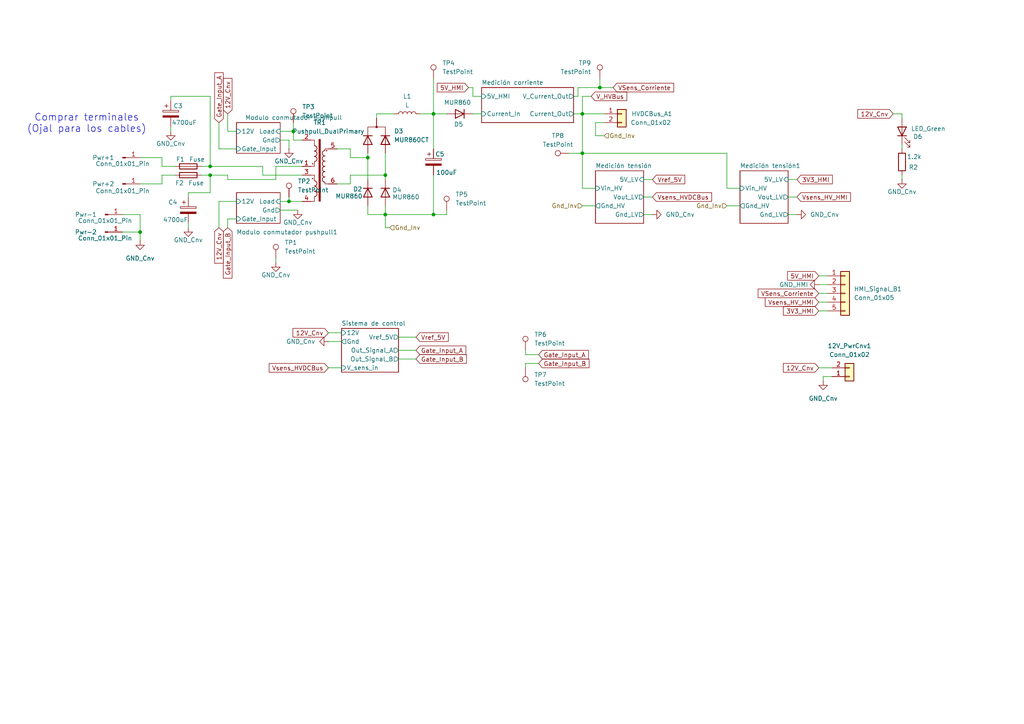
<source format=kicad_sch>
(kicad_sch
	(version 20250114)
	(generator "eeschema")
	(generator_version "9.0")
	(uuid "b2363070-a777-4464-bf06-d873907afdb2")
	(paper "A4")
	(lib_symbols
		(symbol "Connector:Conn_01x01_Pin"
			(pin_names
				(offset 1.016)
				(hide yes)
			)
			(exclude_from_sim no)
			(in_bom yes)
			(on_board yes)
			(property "Reference" "J"
				(at 0 2.54 0)
				(effects
					(font
						(size 1.27 1.27)
					)
				)
			)
			(property "Value" "Conn_01x01_Pin"
				(at 0 -2.54 0)
				(effects
					(font
						(size 1.27 1.27)
					)
				)
			)
			(property "Footprint" ""
				(at 0 0 0)
				(effects
					(font
						(size 1.27 1.27)
					)
					(hide yes)
				)
			)
			(property "Datasheet" "~"
				(at 0 0 0)
				(effects
					(font
						(size 1.27 1.27)
					)
					(hide yes)
				)
			)
			(property "Description" "Generic connector, single row, 01x01, script generated"
				(at 0 0 0)
				(effects
					(font
						(size 1.27 1.27)
					)
					(hide yes)
				)
			)
			(property "ki_locked" ""
				(at 0 0 0)
				(effects
					(font
						(size 1.27 1.27)
					)
				)
			)
			(property "ki_keywords" "connector"
				(at 0 0 0)
				(effects
					(font
						(size 1.27 1.27)
					)
					(hide yes)
				)
			)
			(property "ki_fp_filters" "Connector*:*_1x??_*"
				(at 0 0 0)
				(effects
					(font
						(size 1.27 1.27)
					)
					(hide yes)
				)
			)
			(symbol "Conn_01x01_Pin_1_1"
				(rectangle
					(start 0.8636 0.127)
					(end 0 -0.127)
					(stroke
						(width 0.1524)
						(type default)
					)
					(fill
						(type outline)
					)
				)
				(polyline
					(pts
						(xy 1.27 0) (xy 0.8636 0)
					)
					(stroke
						(width 0.1524)
						(type default)
					)
					(fill
						(type none)
					)
				)
				(pin passive line
					(at 5.08 0 180)
					(length 3.81)
					(name "Pin_1"
						(effects
							(font
								(size 1.27 1.27)
							)
						)
					)
					(number "1"
						(effects
							(font
								(size 1.27 1.27)
							)
						)
					)
				)
			)
			(embedded_fonts no)
		)
		(symbol "Connector:TestPoint"
			(pin_numbers
				(hide yes)
			)
			(pin_names
				(offset 0.762)
				(hide yes)
			)
			(exclude_from_sim no)
			(in_bom yes)
			(on_board yes)
			(property "Reference" "TP"
				(at 0 6.858 0)
				(effects
					(font
						(size 1.27 1.27)
					)
				)
			)
			(property "Value" "TestPoint"
				(at 0 5.08 0)
				(effects
					(font
						(size 1.27 1.27)
					)
				)
			)
			(property "Footprint" ""
				(at 5.08 0 0)
				(effects
					(font
						(size 1.27 1.27)
					)
					(hide yes)
				)
			)
			(property "Datasheet" "~"
				(at 5.08 0 0)
				(effects
					(font
						(size 1.27 1.27)
					)
					(hide yes)
				)
			)
			(property "Description" "test point"
				(at 0 0 0)
				(effects
					(font
						(size 1.27 1.27)
					)
					(hide yes)
				)
			)
			(property "ki_keywords" "test point tp"
				(at 0 0 0)
				(effects
					(font
						(size 1.27 1.27)
					)
					(hide yes)
				)
			)
			(property "ki_fp_filters" "Pin* Test*"
				(at 0 0 0)
				(effects
					(font
						(size 1.27 1.27)
					)
					(hide yes)
				)
			)
			(symbol "TestPoint_0_1"
				(circle
					(center 0 3.302)
					(radius 0.762)
					(stroke
						(width 0)
						(type default)
					)
					(fill
						(type none)
					)
				)
			)
			(symbol "TestPoint_1_1"
				(pin passive line
					(at 0 0 90)
					(length 2.54)
					(name "1"
						(effects
							(font
								(size 1.27 1.27)
							)
						)
					)
					(number "1"
						(effects
							(font
								(size 1.27 1.27)
							)
						)
					)
				)
			)
			(embedded_fonts no)
		)
		(symbol "Connector_Generic:Conn_01x02"
			(pin_names
				(offset 1.016)
				(hide yes)
			)
			(exclude_from_sim no)
			(in_bom yes)
			(on_board yes)
			(property "Reference" "J"
				(at 0 2.54 0)
				(effects
					(font
						(size 1.27 1.27)
					)
				)
			)
			(property "Value" "Conn_01x02"
				(at 0 -5.08 0)
				(effects
					(font
						(size 1.27 1.27)
					)
				)
			)
			(property "Footprint" ""
				(at 0 0 0)
				(effects
					(font
						(size 1.27 1.27)
					)
					(hide yes)
				)
			)
			(property "Datasheet" "~"
				(at 0 0 0)
				(effects
					(font
						(size 1.27 1.27)
					)
					(hide yes)
				)
			)
			(property "Description" "Generic connector, single row, 01x02, script generated (kicad-library-utils/schlib/autogen/connector/)"
				(at 0 0 0)
				(effects
					(font
						(size 1.27 1.27)
					)
					(hide yes)
				)
			)
			(property "ki_keywords" "connector"
				(at 0 0 0)
				(effects
					(font
						(size 1.27 1.27)
					)
					(hide yes)
				)
			)
			(property "ki_fp_filters" "Connector*:*_1x??_*"
				(at 0 0 0)
				(effects
					(font
						(size 1.27 1.27)
					)
					(hide yes)
				)
			)
			(symbol "Conn_01x02_1_1"
				(rectangle
					(start -1.27 1.27)
					(end 1.27 -3.81)
					(stroke
						(width 0.254)
						(type default)
					)
					(fill
						(type background)
					)
				)
				(rectangle
					(start -1.27 0.127)
					(end 0 -0.127)
					(stroke
						(width 0.1524)
						(type default)
					)
					(fill
						(type none)
					)
				)
				(rectangle
					(start -1.27 -2.413)
					(end 0 -2.667)
					(stroke
						(width 0.1524)
						(type default)
					)
					(fill
						(type none)
					)
				)
				(pin passive line
					(at -5.08 0 0)
					(length 3.81)
					(name "Pin_1"
						(effects
							(font
								(size 1.27 1.27)
							)
						)
					)
					(number "1"
						(effects
							(font
								(size 1.27 1.27)
							)
						)
					)
				)
				(pin passive line
					(at -5.08 -2.54 0)
					(length 3.81)
					(name "Pin_2"
						(effects
							(font
								(size 1.27 1.27)
							)
						)
					)
					(number "2"
						(effects
							(font
								(size 1.27 1.27)
							)
						)
					)
				)
			)
			(embedded_fonts no)
		)
		(symbol "Connector_Generic:Conn_01x05"
			(pin_names
				(offset 1.016)
				(hide yes)
			)
			(exclude_from_sim no)
			(in_bom yes)
			(on_board yes)
			(property "Reference" "J"
				(at 0 7.62 0)
				(effects
					(font
						(size 1.27 1.27)
					)
				)
			)
			(property "Value" "Conn_01x05"
				(at 0 -7.62 0)
				(effects
					(font
						(size 1.27 1.27)
					)
				)
			)
			(property "Footprint" ""
				(at 0 0 0)
				(effects
					(font
						(size 1.27 1.27)
					)
					(hide yes)
				)
			)
			(property "Datasheet" "~"
				(at 0 0 0)
				(effects
					(font
						(size 1.27 1.27)
					)
					(hide yes)
				)
			)
			(property "Description" "Generic connector, single row, 01x05, script generated (kicad-library-utils/schlib/autogen/connector/)"
				(at 0 0 0)
				(effects
					(font
						(size 1.27 1.27)
					)
					(hide yes)
				)
			)
			(property "ki_keywords" "connector"
				(at 0 0 0)
				(effects
					(font
						(size 1.27 1.27)
					)
					(hide yes)
				)
			)
			(property "ki_fp_filters" "Connector*:*_1x??_*"
				(at 0 0 0)
				(effects
					(font
						(size 1.27 1.27)
					)
					(hide yes)
				)
			)
			(symbol "Conn_01x05_1_1"
				(rectangle
					(start -1.27 6.35)
					(end 1.27 -6.35)
					(stroke
						(width 0.254)
						(type default)
					)
					(fill
						(type background)
					)
				)
				(rectangle
					(start -1.27 5.207)
					(end 0 4.953)
					(stroke
						(width 0.1524)
						(type default)
					)
					(fill
						(type none)
					)
				)
				(rectangle
					(start -1.27 2.667)
					(end 0 2.413)
					(stroke
						(width 0.1524)
						(type default)
					)
					(fill
						(type none)
					)
				)
				(rectangle
					(start -1.27 0.127)
					(end 0 -0.127)
					(stroke
						(width 0.1524)
						(type default)
					)
					(fill
						(type none)
					)
				)
				(rectangle
					(start -1.27 -2.413)
					(end 0 -2.667)
					(stroke
						(width 0.1524)
						(type default)
					)
					(fill
						(type none)
					)
				)
				(rectangle
					(start -1.27 -4.953)
					(end 0 -5.207)
					(stroke
						(width 0.1524)
						(type default)
					)
					(fill
						(type none)
					)
				)
				(pin passive line
					(at -5.08 5.08 0)
					(length 3.81)
					(name "Pin_1"
						(effects
							(font
								(size 1.27 1.27)
							)
						)
					)
					(number "1"
						(effects
							(font
								(size 1.27 1.27)
							)
						)
					)
				)
				(pin passive line
					(at -5.08 2.54 0)
					(length 3.81)
					(name "Pin_2"
						(effects
							(font
								(size 1.27 1.27)
							)
						)
					)
					(number "2"
						(effects
							(font
								(size 1.27 1.27)
							)
						)
					)
				)
				(pin passive line
					(at -5.08 0 0)
					(length 3.81)
					(name "Pin_3"
						(effects
							(font
								(size 1.27 1.27)
							)
						)
					)
					(number "3"
						(effects
							(font
								(size 1.27 1.27)
							)
						)
					)
				)
				(pin passive line
					(at -5.08 -2.54 0)
					(length 3.81)
					(name "Pin_4"
						(effects
							(font
								(size 1.27 1.27)
							)
						)
					)
					(number "4"
						(effects
							(font
								(size 1.27 1.27)
							)
						)
					)
				)
				(pin passive line
					(at -5.08 -5.08 0)
					(length 3.81)
					(name "Pin_5"
						(effects
							(font
								(size 1.27 1.27)
							)
						)
					)
					(number "5"
						(effects
							(font
								(size 1.27 1.27)
							)
						)
					)
				)
			)
			(embedded_fonts no)
		)
		(symbol "Device:C_Polarized"
			(pin_numbers
				(hide yes)
			)
			(pin_names
				(offset 0.254)
			)
			(exclude_from_sim no)
			(in_bom yes)
			(on_board yes)
			(property "Reference" "C"
				(at 0.635 2.54 0)
				(effects
					(font
						(size 1.27 1.27)
					)
					(justify left)
				)
			)
			(property "Value" "C_Polarized"
				(at 0.635 -2.54 0)
				(effects
					(font
						(size 1.27 1.27)
					)
					(justify left)
				)
			)
			(property "Footprint" ""
				(at 0.9652 -3.81 0)
				(effects
					(font
						(size 1.27 1.27)
					)
					(hide yes)
				)
			)
			(property "Datasheet" "~"
				(at 0 0 0)
				(effects
					(font
						(size 1.27 1.27)
					)
					(hide yes)
				)
			)
			(property "Description" "Polarized capacitor"
				(at 0 0 0)
				(effects
					(font
						(size 1.27 1.27)
					)
					(hide yes)
				)
			)
			(property "ki_keywords" "cap capacitor"
				(at 0 0 0)
				(effects
					(font
						(size 1.27 1.27)
					)
					(hide yes)
				)
			)
			(property "ki_fp_filters" "CP_*"
				(at 0 0 0)
				(effects
					(font
						(size 1.27 1.27)
					)
					(hide yes)
				)
			)
			(symbol "C_Polarized_0_1"
				(rectangle
					(start -2.286 0.508)
					(end 2.286 1.016)
					(stroke
						(width 0)
						(type default)
					)
					(fill
						(type none)
					)
				)
				(polyline
					(pts
						(xy -1.778 2.286) (xy -0.762 2.286)
					)
					(stroke
						(width 0)
						(type default)
					)
					(fill
						(type none)
					)
				)
				(polyline
					(pts
						(xy -1.27 2.794) (xy -1.27 1.778)
					)
					(stroke
						(width 0)
						(type default)
					)
					(fill
						(type none)
					)
				)
				(rectangle
					(start 2.286 -0.508)
					(end -2.286 -1.016)
					(stroke
						(width 0)
						(type default)
					)
					(fill
						(type outline)
					)
				)
			)
			(symbol "C_Polarized_1_1"
				(pin passive line
					(at 0 3.81 270)
					(length 2.794)
					(name "~"
						(effects
							(font
								(size 1.27 1.27)
							)
						)
					)
					(number "1"
						(effects
							(font
								(size 1.27 1.27)
							)
						)
					)
				)
				(pin passive line
					(at 0 -3.81 90)
					(length 2.794)
					(name "~"
						(effects
							(font
								(size 1.27 1.27)
							)
						)
					)
					(number "2"
						(effects
							(font
								(size 1.27 1.27)
							)
						)
					)
				)
			)
			(embedded_fonts no)
		)
		(symbol "Device:Fuse"
			(pin_numbers
				(hide yes)
			)
			(pin_names
				(offset 0)
			)
			(exclude_from_sim no)
			(in_bom yes)
			(on_board yes)
			(property "Reference" "F"
				(at 2.032 0 90)
				(effects
					(font
						(size 1.27 1.27)
					)
				)
			)
			(property "Value" "Fuse"
				(at -1.905 0 90)
				(effects
					(font
						(size 1.27 1.27)
					)
				)
			)
			(property "Footprint" ""
				(at -1.778 0 90)
				(effects
					(font
						(size 1.27 1.27)
					)
					(hide yes)
				)
			)
			(property "Datasheet" "~"
				(at 0 0 0)
				(effects
					(font
						(size 1.27 1.27)
					)
					(hide yes)
				)
			)
			(property "Description" "Fuse"
				(at 0 0 0)
				(effects
					(font
						(size 1.27 1.27)
					)
					(hide yes)
				)
			)
			(property "ki_keywords" "fuse"
				(at 0 0 0)
				(effects
					(font
						(size 1.27 1.27)
					)
					(hide yes)
				)
			)
			(property "ki_fp_filters" "*Fuse*"
				(at 0 0 0)
				(effects
					(font
						(size 1.27 1.27)
					)
					(hide yes)
				)
			)
			(symbol "Fuse_0_1"
				(rectangle
					(start -0.762 -2.54)
					(end 0.762 2.54)
					(stroke
						(width 0.254)
						(type default)
					)
					(fill
						(type none)
					)
				)
				(polyline
					(pts
						(xy 0 2.54) (xy 0 -2.54)
					)
					(stroke
						(width 0)
						(type default)
					)
					(fill
						(type none)
					)
				)
			)
			(symbol "Fuse_1_1"
				(pin passive line
					(at 0 3.81 270)
					(length 1.27)
					(name "~"
						(effects
							(font
								(size 1.27 1.27)
							)
						)
					)
					(number "1"
						(effects
							(font
								(size 1.27 1.27)
							)
						)
					)
				)
				(pin passive line
					(at 0 -3.81 90)
					(length 1.27)
					(name "~"
						(effects
							(font
								(size 1.27 1.27)
							)
						)
					)
					(number "2"
						(effects
							(font
								(size 1.27 1.27)
							)
						)
					)
				)
			)
			(embedded_fonts no)
		)
		(symbol "Device:L"
			(pin_numbers
				(hide yes)
			)
			(pin_names
				(offset 1.016)
				(hide yes)
			)
			(exclude_from_sim no)
			(in_bom yes)
			(on_board yes)
			(property "Reference" "L"
				(at -1.27 0 90)
				(effects
					(font
						(size 1.27 1.27)
					)
				)
			)
			(property "Value" "L"
				(at 1.905 0 90)
				(effects
					(font
						(size 1.27 1.27)
					)
				)
			)
			(property "Footprint" ""
				(at 0 0 0)
				(effects
					(font
						(size 1.27 1.27)
					)
					(hide yes)
				)
			)
			(property "Datasheet" "~"
				(at 0 0 0)
				(effects
					(font
						(size 1.27 1.27)
					)
					(hide yes)
				)
			)
			(property "Description" "Inductor"
				(at 0 0 0)
				(effects
					(font
						(size 1.27 1.27)
					)
					(hide yes)
				)
			)
			(property "ki_keywords" "inductor choke coil reactor magnetic"
				(at 0 0 0)
				(effects
					(font
						(size 1.27 1.27)
					)
					(hide yes)
				)
			)
			(property "ki_fp_filters" "Choke_* *Coil* Inductor_* L_*"
				(at 0 0 0)
				(effects
					(font
						(size 1.27 1.27)
					)
					(hide yes)
				)
			)
			(symbol "L_0_1"
				(arc
					(start 0 2.54)
					(mid 0.6323 1.905)
					(end 0 1.27)
					(stroke
						(width 0)
						(type default)
					)
					(fill
						(type none)
					)
				)
				(arc
					(start 0 1.27)
					(mid 0.6323 0.635)
					(end 0 0)
					(stroke
						(width 0)
						(type default)
					)
					(fill
						(type none)
					)
				)
				(arc
					(start 0 0)
					(mid 0.6323 -0.635)
					(end 0 -1.27)
					(stroke
						(width 0)
						(type default)
					)
					(fill
						(type none)
					)
				)
				(arc
					(start 0 -1.27)
					(mid 0.6323 -1.905)
					(end 0 -2.54)
					(stroke
						(width 0)
						(type default)
					)
					(fill
						(type none)
					)
				)
			)
			(symbol "L_1_1"
				(pin passive line
					(at 0 3.81 270)
					(length 1.27)
					(name "1"
						(effects
							(font
								(size 1.27 1.27)
							)
						)
					)
					(number "1"
						(effects
							(font
								(size 1.27 1.27)
							)
						)
					)
				)
				(pin passive line
					(at 0 -3.81 90)
					(length 1.27)
					(name "2"
						(effects
							(font
								(size 1.27 1.27)
							)
						)
					)
					(number "2"
						(effects
							(font
								(size 1.27 1.27)
							)
						)
					)
				)
			)
			(embedded_fonts no)
		)
		(symbol "Device:LED"
			(pin_numbers
				(hide yes)
			)
			(pin_names
				(offset 1.016)
				(hide yes)
			)
			(exclude_from_sim no)
			(in_bom yes)
			(on_board yes)
			(property "Reference" "D"
				(at 0 2.54 0)
				(effects
					(font
						(size 1.27 1.27)
					)
				)
			)
			(property "Value" "LED"
				(at 0 -2.54 0)
				(effects
					(font
						(size 1.27 1.27)
					)
				)
			)
			(property "Footprint" ""
				(at 0 0 0)
				(effects
					(font
						(size 1.27 1.27)
					)
					(hide yes)
				)
			)
			(property "Datasheet" "~"
				(at 0 0 0)
				(effects
					(font
						(size 1.27 1.27)
					)
					(hide yes)
				)
			)
			(property "Description" "Light emitting diode"
				(at 0 0 0)
				(effects
					(font
						(size 1.27 1.27)
					)
					(hide yes)
				)
			)
			(property "Sim.Pins" "1=K 2=A"
				(at 0 0 0)
				(effects
					(font
						(size 1.27 1.27)
					)
					(hide yes)
				)
			)
			(property "ki_keywords" "LED diode"
				(at 0 0 0)
				(effects
					(font
						(size 1.27 1.27)
					)
					(hide yes)
				)
			)
			(property "ki_fp_filters" "LED* LED_SMD:* LED_THT:*"
				(at 0 0 0)
				(effects
					(font
						(size 1.27 1.27)
					)
					(hide yes)
				)
			)
			(symbol "LED_0_1"
				(polyline
					(pts
						(xy -3.048 -0.762) (xy -4.572 -2.286) (xy -3.81 -2.286) (xy -4.572 -2.286) (xy -4.572 -1.524)
					)
					(stroke
						(width 0)
						(type default)
					)
					(fill
						(type none)
					)
				)
				(polyline
					(pts
						(xy -1.778 -0.762) (xy -3.302 -2.286) (xy -2.54 -2.286) (xy -3.302 -2.286) (xy -3.302 -1.524)
					)
					(stroke
						(width 0)
						(type default)
					)
					(fill
						(type none)
					)
				)
				(polyline
					(pts
						(xy -1.27 0) (xy 1.27 0)
					)
					(stroke
						(width 0)
						(type default)
					)
					(fill
						(type none)
					)
				)
				(polyline
					(pts
						(xy -1.27 -1.27) (xy -1.27 1.27)
					)
					(stroke
						(width 0.254)
						(type default)
					)
					(fill
						(type none)
					)
				)
				(polyline
					(pts
						(xy 1.27 -1.27) (xy 1.27 1.27) (xy -1.27 0) (xy 1.27 -1.27)
					)
					(stroke
						(width 0.254)
						(type default)
					)
					(fill
						(type none)
					)
				)
			)
			(symbol "LED_1_1"
				(pin passive line
					(at -3.81 0 0)
					(length 2.54)
					(name "K"
						(effects
							(font
								(size 1.27 1.27)
							)
						)
					)
					(number "1"
						(effects
							(font
								(size 1.27 1.27)
							)
						)
					)
				)
				(pin passive line
					(at 3.81 0 180)
					(length 2.54)
					(name "A"
						(effects
							(font
								(size 1.27 1.27)
							)
						)
					)
					(number "2"
						(effects
							(font
								(size 1.27 1.27)
							)
						)
					)
				)
			)
			(embedded_fonts no)
		)
		(symbol "Device:R"
			(pin_numbers
				(hide yes)
			)
			(pin_names
				(offset 0)
			)
			(exclude_from_sim no)
			(in_bom yes)
			(on_board yes)
			(property "Reference" "R"
				(at 2.032 0 90)
				(effects
					(font
						(size 1.27 1.27)
					)
				)
			)
			(property "Value" "R"
				(at 0 0 90)
				(effects
					(font
						(size 1.27 1.27)
					)
				)
			)
			(property "Footprint" ""
				(at -1.778 0 90)
				(effects
					(font
						(size 1.27 1.27)
					)
					(hide yes)
				)
			)
			(property "Datasheet" "~"
				(at 0 0 0)
				(effects
					(font
						(size 1.27 1.27)
					)
					(hide yes)
				)
			)
			(property "Description" "Resistor"
				(at 0 0 0)
				(effects
					(font
						(size 1.27 1.27)
					)
					(hide yes)
				)
			)
			(property "ki_keywords" "R res resistor"
				(at 0 0 0)
				(effects
					(font
						(size 1.27 1.27)
					)
					(hide yes)
				)
			)
			(property "ki_fp_filters" "R_*"
				(at 0 0 0)
				(effects
					(font
						(size 1.27 1.27)
					)
					(hide yes)
				)
			)
			(symbol "R_0_1"
				(rectangle
					(start -1.016 -2.54)
					(end 1.016 2.54)
					(stroke
						(width 0.254)
						(type default)
					)
					(fill
						(type none)
					)
				)
			)
			(symbol "R_1_1"
				(pin passive line
					(at 0 3.81 270)
					(length 1.27)
					(name "~"
						(effects
							(font
								(size 1.27 1.27)
							)
						)
					)
					(number "1"
						(effects
							(font
								(size 1.27 1.27)
							)
						)
					)
				)
				(pin passive line
					(at 0 -3.81 90)
					(length 1.27)
					(name "~"
						(effects
							(font
								(size 1.27 1.27)
							)
						)
					)
					(number "2"
						(effects
							(font
								(size 1.27 1.27)
							)
						)
					)
				)
			)
			(embedded_fonts no)
		)
		(symbol "Diode:C4D20120H"
			(pin_numbers
				(hide yes)
			)
			(pin_names
				(offset 1.016)
				(hide yes)
			)
			(exclude_from_sim no)
			(in_bom yes)
			(on_board yes)
			(property "Reference" "D6"
				(at -1.5876 2.54 90)
				(effects
					(font
						(size 1.27 1.27)
					)
					(justify left)
				)
			)
			(property "Value" "MUR860"
				(at 0.9524 2.54 90)
				(effects
					(font
						(size 1.27 1.27)
					)
					(justify left)
				)
			)
			(property "Footprint" "Diode_SMD:D_0805_2012Metric_Pad1.15x1.40mm_HandSolder"
				(at 0 -4.445 0)
				(effects
					(font
						(size 1.27 1.27)
					)
					(hide yes)
				)
			)
			(property "Datasheet" "https://www.wolfspeed.com/media/downloads/1191/C4D20120H.pdf"
				(at 0 0 0)
				(effects
					(font
						(size 1.27 1.27)
					)
					(hide yes)
				)
			)
			(property "Description" "1200V, 20A, SiC Schottky Diode, TO-247"
				(at 0 0 0)
				(effects
					(font
						(size 1.27 1.27)
					)
					(hide yes)
				)
			)
			(property "ki_keywords" "sic diode"
				(at 0 0 0)
				(effects
					(font
						(size 1.27 1.27)
					)
					(hide yes)
				)
			)
			(property "ki_fp_filters" "TO?247*"
				(at 0 0 0)
				(effects
					(font
						(size 1.27 1.27)
					)
					(hide yes)
				)
			)
			(symbol "C4D20120H_0_1"
				(polyline
					(pts
						(xy -1.27 1.27) (xy -1.27 -1.27)
					)
					(stroke
						(width 0.254)
						(type default)
					)
					(fill
						(type none)
					)
				)
				(polyline
					(pts
						(xy 1.27 1.27) (xy 1.27 -1.27) (xy -1.27 0) (xy 1.27 1.27)
					)
					(stroke
						(width 0.254)
						(type default)
					)
					(fill
						(type none)
					)
				)
				(polyline
					(pts
						(xy 1.27 0) (xy -1.27 0)
					)
					(stroke
						(width 0)
						(type default)
					)
					(fill
						(type none)
					)
				)
			)
			(symbol "C4D20120H_1_1"
				(pin passive line
					(at -3.81 0 0)
					(length 2.54)
					(name "K"
						(effects
							(font
								(size 1.27 1.27)
							)
						)
					)
					(number "1"
						(effects
							(font
								(size 1.27 1.27)
							)
						)
					)
				)
				(pin passive line
					(at 3.81 0 180)
					(length 2.54)
					(name "A"
						(effects
							(font
								(size 1.27 1.27)
							)
						)
					)
					(number "2"
						(effects
							(font
								(size 1.27 1.27)
							)
						)
					)
				)
			)
			(embedded_fonts no)
		)
		(symbol "Diode:C4D40120D"
			(pin_numbers
				(hide yes)
			)
			(pin_names
				(offset 1.016)
				(hide yes)
			)
			(exclude_from_sim no)
			(in_bom yes)
			(on_board yes)
			(property "Reference" "D5"
				(at 1.3336 -5.08 90)
				(effects
					(font
						(size 1.27 1.27)
					)
					(justify right)
				)
			)
			(property "Value" "MUR860CT"
				(at -1.2064 -5.08 90)
				(effects
					(font
						(size 1.27 1.27)
					)
					(justify right)
				)
			)
			(property "Footprint" "Diode_SMD:D_MicroMELF_Handsoldering"
				(at 0 -4.445 0)
				(effects
					(font
						(size 1.27 1.27)
					)
					(hide yes)
				)
			)
			(property "Datasheet" "https://www.wolfspeed.com/media/downloads/109/C4D40120D.pdf"
				(at 0 0 0)
				(effects
					(font
						(size 1.27 1.27)
					)
					(hide yes)
				)
			)
			(property "Description" "1200V, 40A, SiC Schottky Diode, TO-247-3"
				(at 0 0 0)
				(effects
					(font
						(size 1.27 1.27)
					)
					(hide yes)
				)
			)
			(property "ki_keywords" "sic diode"
				(at 0 0 0)
				(effects
					(font
						(size 1.27 1.27)
					)
					(hide yes)
				)
			)
			(property "ki_fp_filters" "TO?247*"
				(at 0 0 0)
				(effects
					(font
						(size 1.27 1.27)
					)
					(hide yes)
				)
			)
			(symbol "C4D40120D_0_1"
				(polyline
					(pts
						(xy -2.54 2.54) (xy 0 2.54)
					)
					(stroke
						(width 0)
						(type default)
					)
					(fill
						(type none)
					)
				)
				(polyline
					(pts
						(xy -2.54 1.27) (xy -2.54 3.81) (xy 0 2.54) (xy -2.54 1.27)
					)
					(stroke
						(width 0.254)
						(type default)
					)
					(fill
						(type none)
					)
				)
				(polyline
					(pts
						(xy -2.54 -2.54) (xy 0 -2.54)
					)
					(stroke
						(width 0)
						(type default)
					)
					(fill
						(type none)
					)
				)
				(polyline
					(pts
						(xy -2.54 -2.54) (xy 0 -2.54)
					)
					(stroke
						(width 0)
						(type default)
					)
					(fill
						(type none)
					)
				)
				(polyline
					(pts
						(xy -2.54 -3.81) (xy -2.54 -1.27) (xy 0 -2.54) (xy -2.54 -3.81)
					)
					(stroke
						(width 0.254)
						(type default)
					)
					(fill
						(type none)
					)
				)
				(polyline
					(pts
						(xy -2.54 -3.81) (xy -2.54 -1.27) (xy 0 -2.54) (xy -2.54 -3.81)
					)
					(stroke
						(width 0.254)
						(type default)
					)
					(fill
						(type none)
					)
				)
				(polyline
					(pts
						(xy 0 2.54) (xy 2.54 2.54) (xy 2.54 -2.54) (xy 0 -2.54)
					)
					(stroke
						(width 0)
						(type default)
					)
					(fill
						(type none)
					)
				)
				(polyline
					(pts
						(xy 0 1.27) (xy 0 3.81)
					)
					(stroke
						(width 0.254)
						(type default)
					)
					(fill
						(type none)
					)
				)
				(polyline
					(pts
						(xy 0 -3.81) (xy 0 -1.27)
					)
					(stroke
						(width 0.254)
						(type default)
					)
					(fill
						(type none)
					)
				)
				(circle
					(center 2.54 0)
					(radius 0.254)
					(stroke
						(width 0)
						(type default)
					)
					(fill
						(type outline)
					)
				)
			)
			(symbol "C4D40120D_1_1"
				(pin passive line
					(at -5.08 2.54 0)
					(length 2.54)
					(name "A1"
						(effects
							(font
								(size 1.27 1.27)
							)
						)
					)
					(number "1"
						(effects
							(font
								(size 1.27 1.27)
							)
						)
					)
				)
				(pin passive line
					(at -5.08 -2.54 0)
					(length 2.54)
					(name "A2"
						(effects
							(font
								(size 1.27 1.27)
							)
						)
					)
					(number "3"
						(effects
							(font
								(size 1.27 1.27)
							)
						)
					)
				)
				(pin passive line
					(at 5.08 0 180)
					(length 2.54)
					(name "K"
						(effects
							(font
								(size 1.27 1.27)
							)
						)
					)
					(number "2"
						(effects
							(font
								(size 1.27 1.27)
							)
						)
					)
				)
			)
			(embedded_fonts no)
		)
		(symbol "Power_Transformer:Pushpull_DualPrimary"
			(pin_names
				(offset 0.0254)
			)
			(exclude_from_sim no)
			(in_bom yes)
			(on_board yes)
			(property "Reference" "TR1"
				(at 0 12.7 0)
				(effects
					(font
						(size 1.27 1.27)
					)
				)
			)
			(property "Value" "Pushpull_DualPrimary"
				(at 2.54 10.16 0)
				(effects
					(font
						(size 1.27 1.27)
					)
				)
			)
			(property "Footprint" "Transformer_THT:Transformer_Breve_PP_PT"
				(at 0 -17.526 0)
				(effects
					(font
						(size 1.27 1.27)
						(italic yes)
					)
					(hide yes)
				)
			)
			(property "Datasheet" "http://www.breve.pl/pdf/ANG/TEZ_ang.pdf"
				(at -1.778 13.716 0)
				(effects
					(font
						(size 1.27 1.27)
					)
					(hide yes)
				)
			)
			(property "Description" "PP_PT, 500VA, Dual Primary, Cast Resin Transformer, PCB"
				(at 1.27 17.526 0)
				(effects
					(font
						(size 1.27 1.27)
					)
					(hide yes)
				)
			)
			(property "ki_keywords" "0.5VA PCB Transformer Dual Secondary"
				(at 0 0 0)
				(effects
					(font
						(size 1.27 1.27)
					)
					(hide yes)
				)
			)
			(property "ki_fp_filters" "Transformer*Breve*TEZ*22x24*"
				(at 0 0 0)
				(effects
					(font
						(size 1.27 1.27)
					)
					(hide yes)
				)
			)
			(symbol "Pushpull_DualPrimary_0_1"
				(polyline
					(pts
						(xy -2.54 7.62) (xy -1.524 7.62) (xy -1.524 6.096)
					)
					(stroke
						(width 0)
						(type default)
					)
					(fill
						(type none)
					)
				)
				(polyline
					(pts
						(xy -2.54 0) (xy -1.524 0) (xy -1.524 1.27)
					)
					(stroke
						(width 0)
						(type default)
					)
					(fill
						(type none)
					)
				)
				(polyline
					(pts
						(xy -2.54 -2.54) (xy -1.524 -2.54) (xy -1.524 -4.064)
					)
					(stroke
						(width 0)
						(type default)
					)
					(fill
						(type none)
					)
				)
				(circle
					(center -2.032 0.762)
					(radius 0.127)
					(stroke
						(width 0)
						(type default)
					)
					(fill
						(type none)
					)
				)
				(circle
					(center -2.032 -3.556)
					(radius 0.127)
					(stroke
						(width 0)
						(type default)
					)
					(fill
						(type none)
					)
				)
				(arc
					(start -1.524 5.969)
					(mid -0.7653 5.207)
					(end -1.524 4.445)
					(stroke
						(width 0.2032)
						(type default)
					)
					(fill
						(type none)
					)
				)
				(arc
					(start -1.524 4.445)
					(mid -0.7653 3.683)
					(end -1.524 2.921)
					(stroke
						(width 0.2032)
						(type default)
					)
					(fill
						(type none)
					)
				)
				(arc
					(start -1.524 2.921)
					(mid -0.7653 2.159)
					(end -1.524 1.397)
					(stroke
						(width 0.2032)
						(type default)
					)
					(fill
						(type none)
					)
				)
				(arc
					(start -1.524 -4.191)
					(mid -0.7653 -4.953)
					(end -1.524 -5.715)
					(stroke
						(width 0.2032)
						(type default)
					)
					(fill
						(type none)
					)
				)
				(arc
					(start -1.524 -5.715)
					(mid -0.7653 -6.477)
					(end -1.524 -7.239)
					(stroke
						(width 0.2032)
						(type default)
					)
					(fill
						(type none)
					)
				)
				(arc
					(start -1.524 -7.239)
					(mid -0.7653 -8.001)
					(end -1.524 -8.763)
					(stroke
						(width 0.2032)
						(type default)
					)
					(fill
						(type none)
					)
				)
				(polyline
					(pts
						(xy -1.524 -8.89) (xy -1.524 -10.16) (xy -2.54 -10.16)
					)
					(stroke
						(width 0)
						(type default)
					)
					(fill
						(type none)
					)
				)
				(rectangle
					(start 0.254 7.874)
					(end -0.254 -10.16)
					(stroke
						(width 0.0254)
						(type default)
					)
					(fill
						(type outline)
					)
				)
				(polyline
					(pts
						(xy 1.524 4.572) (xy 1.524 5.08) (xy 2.54 5.08)
					)
					(stroke
						(width 0)
						(type default)
					)
					(fill
						(type none)
					)
				)
				(polyline
					(pts
						(xy 1.524 -4.572) (xy 1.524 -5.08) (xy 2.54 -5.08)
					)
					(stroke
						(width 0)
						(type default)
					)
					(fill
						(type none)
					)
				)
				(arc
					(start 1.524 3.048)
					(mid 0.7653 3.81)
					(end 1.524 4.572)
					(stroke
						(width 0.2032)
						(type default)
					)
					(fill
						(type none)
					)
				)
				(arc
					(start 1.524 1.524)
					(mid 0.7653 2.286)
					(end 1.524 3.048)
					(stroke
						(width 0.2032)
						(type default)
					)
					(fill
						(type none)
					)
				)
				(arc
					(start 1.524 0)
					(mid 0.7653 0.762)
					(end 1.524 1.524)
					(stroke
						(width 0.2032)
						(type default)
					)
					(fill
						(type none)
					)
				)
				(arc
					(start 1.524 -1.524)
					(mid 0.7653 -0.762)
					(end 1.524 0)
					(stroke
						(width 0.2032)
						(type default)
					)
					(fill
						(type none)
					)
				)
				(arc
					(start 1.524 -3.048)
					(mid 0.7653 -2.286)
					(end 1.524 -1.524)
					(stroke
						(width 0.2032)
						(type default)
					)
					(fill
						(type none)
					)
				)
				(arc
					(start 1.524 -4.572)
					(mid 0.7653 -3.81)
					(end 1.524 -3.048)
					(stroke
						(width 0.2032)
						(type default)
					)
					(fill
						(type none)
					)
				)
				(circle
					(center 2.032 4.572)
					(radius 0.127)
					(stroke
						(width 0)
						(type default)
					)
					(fill
						(type none)
					)
				)
			)
			(symbol "Pushpull_DualPrimary_1_1"
				(pin passive line
					(at -5.08 7.62 0)
					(length 2.54)
					(name "~"
						(effects
							(font
								(size 1.27 1.27)
							)
						)
					)
					(number "2"
						(effects
							(font
								(size 1.27 1.27)
							)
						)
					)
				)
				(pin passive line
					(at -5.08 0 0)
					(length 2.54)
					(name "~"
						(effects
							(font
								(size 1.27 1.27)
							)
						)
					)
					(number "1"
						(effects
							(font
								(size 1.27 1.27)
							)
						)
					)
				)
				(pin passive line
					(at -5.08 -2.54 0)
					(length 2.54)
					(name "~"
						(effects
							(font
								(size 1.27 1.27)
							)
						)
					)
					(number "3"
						(effects
							(font
								(size 1.27 1.27)
							)
						)
					)
				)
				(pin passive line
					(at -5.08 -10.16 0)
					(length 2.54)
					(name "~"
						(effects
							(font
								(size 1.27 1.27)
							)
						)
					)
					(number "4"
						(effects
							(font
								(size 1.27 1.27)
							)
						)
					)
				)
				(pin passive line
					(at 5.08 5.08 180)
					(length 2.54)
					(name "~"
						(effects
							(font
								(size 1.27 1.27)
							)
						)
					)
					(number "5"
						(effects
							(font
								(size 1.27 1.27)
							)
						)
					)
				)
				(pin passive line
					(at 5.08 -5.08 180)
					(length 2.54)
					(name "~"
						(effects
							(font
								(size 1.27 1.27)
							)
						)
					)
					(number "6"
						(effects
							(font
								(size 1.27 1.27)
							)
						)
					)
				)
			)
			(embedded_fonts no)
		)
		(symbol "power:GND"
			(power)
			(pin_numbers
				(hide yes)
			)
			(pin_names
				(offset 0)
				(hide yes)
			)
			(exclude_from_sim no)
			(in_bom yes)
			(on_board yes)
			(property "Reference" "#PWR"
				(at 0 -6.35 0)
				(effects
					(font
						(size 1.27 1.27)
					)
					(hide yes)
				)
			)
			(property "Value" "GND"
				(at 0 -3.81 0)
				(effects
					(font
						(size 1.27 1.27)
					)
				)
			)
			(property "Footprint" ""
				(at 0 0 0)
				(effects
					(font
						(size 1.27 1.27)
					)
					(hide yes)
				)
			)
			(property "Datasheet" ""
				(at 0 0 0)
				(effects
					(font
						(size 1.27 1.27)
					)
					(hide yes)
				)
			)
			(property "Description" "Power symbol creates a global label with name \"GND\" , ground"
				(at 0 0 0)
				(effects
					(font
						(size 1.27 1.27)
					)
					(hide yes)
				)
			)
			(property "ki_keywords" "global power"
				(at 0 0 0)
				(effects
					(font
						(size 1.27 1.27)
					)
					(hide yes)
				)
			)
			(symbol "GND_0_1"
				(polyline
					(pts
						(xy 0 0) (xy 0 -1.27) (xy 1.27 -1.27) (xy 0 -2.54) (xy -1.27 -1.27) (xy 0 -1.27)
					)
					(stroke
						(width 0)
						(type default)
					)
					(fill
						(type none)
					)
				)
			)
			(symbol "GND_1_1"
				(pin power_in line
					(at 0 0 270)
					(length 0)
					(name "~"
						(effects
							(font
								(size 1.27 1.27)
							)
						)
					)
					(number "1"
						(effects
							(font
								(size 1.27 1.27)
							)
						)
					)
				)
			)
			(embedded_fonts no)
		)
	)
	(text "Comprar terminales\n(Ojal para los cables)"
		(exclude_from_sim no)
		(at 25.146 35.814 0)
		(effects
			(font
				(size 2.032 2.032)
			)
		)
		(uuid "5291fc40-0d30-4bda-86a9-f533e5b788a4")
	)
	(junction
		(at 40.64 67.31)
		(diameter 0)
		(color 0 0 0 0)
		(uuid "0a52fb8a-cfda-4638-bb60-7a3ee9d75712")
	)
	(junction
		(at 60.96 48.26)
		(diameter 0)
		(color 0 0 0 0)
		(uuid "1d608ac0-6c82-415b-b95c-19362bf32acc")
	)
	(junction
		(at 111.76 50.8)
		(diameter 0)
		(color 0 0 0 0)
		(uuid "258c24f4-b7d1-4b77-9a0e-39b452d00187")
	)
	(junction
		(at 168.91 44.45)
		(diameter 0)
		(color 0 0 0 0)
		(uuid "5a648712-0287-4653-8f16-4f17b56cd12d")
	)
	(junction
		(at 60.96 50.8)
		(diameter 0)
		(color 0 0 0 0)
		(uuid "717ba233-58f9-4889-a176-4dbbc71b9427")
	)
	(junction
		(at 111.76 62.23)
		(diameter 0)
		(color 0 0 0 0)
		(uuid "717c799a-0821-49b4-8f43-c10b059a9585")
	)
	(junction
		(at 85.09 38.1)
		(diameter 0)
		(color 0 0 0 0)
		(uuid "7aff9c52-2386-48d9-92d3-5004eaa886c3")
	)
	(junction
		(at 125.73 62.23)
		(diameter 0)
		(color 0 0 0 0)
		(uuid "84cc3baf-3807-4f1d-8c51-27f4f3caa98f")
	)
	(junction
		(at 83.82 58.42)
		(diameter 0)
		(color 0 0 0 0)
		(uuid "a425da7d-bc3c-4631-a487-346f2252d815")
	)
	(junction
		(at 106.68 45.72)
		(diameter 0)
		(color 0 0 0 0)
		(uuid "c102a78f-9c56-4f0a-b478-b1c41f646c28")
	)
	(junction
		(at 125.73 33.02)
		(diameter 0)
		(color 0 0 0 0)
		(uuid "cccb889d-df7e-4ec6-a3ab-430c386c9315")
	)
	(junction
		(at 168.91 33.02)
		(diameter 0)
		(color 0 0 0 0)
		(uuid "d3141ed0-cdd3-4946-8e69-7e4e9885fba9")
	)
	(junction
		(at 173.99 25.4)
		(diameter 0)
		(color 0 0 0 0)
		(uuid "daad5520-08a8-4e64-8578-fdff07f972a3")
	)
	(wire
		(pts
			(xy 101.6 50.8) (xy 111.76 50.8)
		)
		(stroke
			(width 0)
			(type default)
		)
		(uuid "026afb45-16d3-4ee0-938e-569592133b72")
	)
	(wire
		(pts
			(xy 125.73 22.86) (xy 125.73 33.02)
		)
		(stroke
			(width 0)
			(type default)
		)
		(uuid "031fc332-88ee-4fb1-838c-18a2fc4e0d53")
	)
	(wire
		(pts
			(xy 125.73 50.8) (xy 125.73 62.23)
		)
		(stroke
			(width 0)
			(type default)
		)
		(uuid "04119f25-8418-4c65-8c3f-a3fbe2aee4df")
	)
	(wire
		(pts
			(xy 165.1 44.45) (xy 168.91 44.45)
		)
		(stroke
			(width 0)
			(type default)
		)
		(uuid "0a8c90c1-d64a-4f35-8870-8e80e8b72006")
	)
	(wire
		(pts
			(xy 237.49 80.01) (xy 240.03 80.01)
		)
		(stroke
			(width 0)
			(type default)
		)
		(uuid "0b8bbf79-b4cd-423b-bd69-ff61b3ba4e6b")
	)
	(wire
		(pts
			(xy 63.5 66.04) (xy 63.5 58.42)
		)
		(stroke
			(width 0)
			(type default)
		)
		(uuid "0bb4218d-a348-4f9a-a2d6-33ca72578d78")
	)
	(wire
		(pts
			(xy 54.61 64.77) (xy 54.61 66.04)
		)
		(stroke
			(width 0)
			(type default)
		)
		(uuid "0cd546a8-7883-42e8-a12f-cac72ba05455")
	)
	(wire
		(pts
			(xy 152.4 105.41) (xy 152.4 106.68)
		)
		(stroke
			(width 0)
			(type default)
		)
		(uuid "16652105-db72-49bc-bcc2-5bcff1fa26c2")
	)
	(wire
		(pts
			(xy 60.96 50.8) (xy 60.96 55.88)
		)
		(stroke
			(width 0)
			(type default)
		)
		(uuid "1e5ed05a-68f7-4168-bf33-c4b011ae4b54")
	)
	(wire
		(pts
			(xy 83.82 57.15) (xy 83.82 58.42)
		)
		(stroke
			(width 0)
			(type default)
		)
		(uuid "1fe24bd4-3397-4ad2-a964-6caee26d1c82")
	)
	(wire
		(pts
			(xy 186.69 62.23) (xy 189.23 62.23)
		)
		(stroke
			(width 0)
			(type default)
		)
		(uuid "21b6e10f-1ccf-4215-adae-a9587554ccd3")
	)
	(wire
		(pts
			(xy 125.73 33.02) (xy 125.73 43.18)
		)
		(stroke
			(width 0)
			(type default)
		)
		(uuid "2209adb3-4ce1-4d0c-9dc4-e94b30cbf3a2")
	)
	(wire
		(pts
			(xy 60.96 48.26) (xy 76.2 48.26)
		)
		(stroke
			(width 0)
			(type default)
		)
		(uuid "280a403e-8cba-4106-a822-6fd6785f90f3")
	)
	(wire
		(pts
			(xy 237.49 85.09) (xy 240.03 85.09)
		)
		(stroke
			(width 0)
			(type default)
		)
		(uuid "2853a8f9-59ba-4a9b-be1d-1e8b0e637f01")
	)
	(wire
		(pts
			(xy 238.76 109.22) (xy 241.3 109.22)
		)
		(stroke
			(width 0)
			(type default)
		)
		(uuid "2d081310-83a5-423b-9efc-49e2e3ef960c")
	)
	(wire
		(pts
			(xy 172.72 35.56) (xy 175.26 35.56)
		)
		(stroke
			(width 0)
			(type default)
		)
		(uuid "2f822c4c-23cb-4e24-8736-6f6a17acb01b")
	)
	(wire
		(pts
			(xy 137.16 27.94) (xy 139.7 27.94)
		)
		(stroke
			(width 0)
			(type default)
		)
		(uuid "331c79ef-6e1c-4a4b-bee0-6d02771f25d3")
	)
	(wire
		(pts
			(xy 125.73 62.23) (xy 111.76 62.23)
		)
		(stroke
			(width 0)
			(type default)
		)
		(uuid "34325449-a644-40a6-8356-727ea79f5e7a")
	)
	(wire
		(pts
			(xy 129.54 62.23) (xy 125.73 62.23)
		)
		(stroke
			(width 0)
			(type default)
		)
		(uuid "3458e9b9-5f08-43bc-8568-6a5014fa0567")
	)
	(wire
		(pts
			(xy 228.6 57.15) (xy 231.14 57.15)
		)
		(stroke
			(width 0)
			(type default)
		)
		(uuid "35628598-94c0-4429-be0d-0b6968e8c6d3")
	)
	(wire
		(pts
			(xy 63.5 43.18) (xy 68.58 43.18)
		)
		(stroke
			(width 0)
			(type default)
		)
		(uuid "3573082d-1015-463d-ba17-97a01584587a")
	)
	(wire
		(pts
			(xy 95.25 96.52) (xy 99.06 96.52)
		)
		(stroke
			(width 0)
			(type default)
		)
		(uuid "39a2d37a-9b83-42e2-9124-ece5536a41b3")
	)
	(wire
		(pts
			(xy 125.73 33.02) (xy 129.54 33.02)
		)
		(stroke
			(width 0)
			(type default)
		)
		(uuid "3a063b5b-3077-4325-8a19-3fc0a0fcff68")
	)
	(wire
		(pts
			(xy 49.53 29.21) (xy 49.53 27.94)
		)
		(stroke
			(width 0)
			(type default)
		)
		(uuid "3bea7c51-7a1e-4827-8c28-1f5c37803e3b")
	)
	(wire
		(pts
			(xy 46.99 53.34) (xy 40.64 53.34)
		)
		(stroke
			(width 0)
			(type default)
		)
		(uuid "3c36d00e-d97e-4265-bb07-071520a4cfbc")
	)
	(wire
		(pts
			(xy 121.92 33.02) (xy 125.73 33.02)
		)
		(stroke
			(width 0)
			(type default)
		)
		(uuid "3dbdedf9-de00-46e7-a26e-0b64c66c44c4")
	)
	(wire
		(pts
			(xy 129.54 60.96) (xy 129.54 62.23)
		)
		(stroke
			(width 0)
			(type default)
		)
		(uuid "3efe6da1-a2e1-411e-9f08-bfe28ca321b2")
	)
	(wire
		(pts
			(xy 63.5 58.42) (xy 68.58 58.42)
		)
		(stroke
			(width 0)
			(type default)
		)
		(uuid "415fe4c0-ffb9-4e68-82cb-000fc46d29f5")
	)
	(wire
		(pts
			(xy 76.2 50.8) (xy 76.2 48.26)
		)
		(stroke
			(width 0)
			(type default)
		)
		(uuid "43205c65-0555-4b0e-85d6-913c23198221")
	)
	(wire
		(pts
			(xy 172.72 39.37) (xy 175.26 39.37)
		)
		(stroke
			(width 0)
			(type default)
		)
		(uuid "43572c10-6233-408f-bbb7-3243113b69f9")
	)
	(wire
		(pts
			(xy 101.6 43.18) (xy 101.6 45.72)
		)
		(stroke
			(width 0)
			(type default)
		)
		(uuid "44646290-b6db-403a-9148-e4013f89f0fe")
	)
	(wire
		(pts
			(xy 58.42 50.8) (xy 60.96 50.8)
		)
		(stroke
			(width 0)
			(type default)
		)
		(uuid "4b722c57-722b-45db-9d89-435668da530f")
	)
	(wire
		(pts
			(xy 35.56 67.31) (xy 40.64 67.31)
		)
		(stroke
			(width 0)
			(type default)
		)
		(uuid "4c5e043a-4089-487f-bd20-7e57e9db5eaf")
	)
	(wire
		(pts
			(xy 60.96 27.94) (xy 60.96 48.26)
		)
		(stroke
			(width 0)
			(type default)
		)
		(uuid "4c94ab39-99b5-42b0-abf5-31f4d18b6661")
	)
	(wire
		(pts
			(xy 137.16 33.02) (xy 139.7 33.02)
		)
		(stroke
			(width 0)
			(type default)
		)
		(uuid "4f2c3c7b-dd2d-44af-8f0b-e475b1cde1d9")
	)
	(wire
		(pts
			(xy 111.76 62.23) (xy 111.76 66.04)
		)
		(stroke
			(width 0)
			(type default)
		)
		(uuid "51cdee36-d404-40a2-bcf5-898d6a80498d")
	)
	(wire
		(pts
			(xy 177.8 25.4) (xy 173.99 25.4)
		)
		(stroke
			(width 0)
			(type default)
		)
		(uuid "53deda7e-67bb-49fa-8044-cdb5ba8e58b7")
	)
	(wire
		(pts
			(xy 120.65 101.6) (xy 115.57 101.6)
		)
		(stroke
			(width 0)
			(type default)
		)
		(uuid "555ad87a-49d9-49eb-831e-e5e5f05ac8a6")
	)
	(wire
		(pts
			(xy 115.57 97.79) (xy 120.65 97.79)
		)
		(stroke
			(width 0)
			(type default)
		)
		(uuid "56bd6035-a1cb-4de7-9770-98641a1aa5c4")
	)
	(wire
		(pts
			(xy 80.01 48.26) (xy 80.01 52.07)
		)
		(stroke
			(width 0)
			(type default)
		)
		(uuid "5a7de201-47c7-498e-a10e-a9a432db2c7e")
	)
	(wire
		(pts
			(xy 210.82 44.45) (xy 168.91 44.45)
		)
		(stroke
			(width 0)
			(type default)
		)
		(uuid "5e7677b4-0efd-43cf-b7b9-55da9301239c")
	)
	(wire
		(pts
			(xy 172.72 54.61) (xy 168.91 54.61)
		)
		(stroke
			(width 0)
			(type default)
		)
		(uuid "604e6548-5069-4181-9a93-cb0a03574bae")
	)
	(wire
		(pts
			(xy 168.91 44.45) (xy 168.91 33.02)
		)
		(stroke
			(width 0)
			(type default)
		)
		(uuid "60ccba43-47c7-46a5-9728-0470845efa11")
	)
	(wire
		(pts
			(xy 63.5 35.56) (xy 63.5 43.18)
		)
		(stroke
			(width 0)
			(type default)
		)
		(uuid "618dee06-a8c0-4e11-acb5-128ae2d5d373")
	)
	(wire
		(pts
			(xy 228.6 62.23) (xy 231.14 62.23)
		)
		(stroke
			(width 0)
			(type default)
		)
		(uuid "61b2f16e-7f5c-4889-8d39-2bcef14f04d4")
	)
	(wire
		(pts
			(xy 115.57 104.14) (xy 120.65 104.14)
		)
		(stroke
			(width 0)
			(type default)
		)
		(uuid "66e657ba-b05f-43d7-8aa8-67058553b2a9")
	)
	(wire
		(pts
			(xy 186.69 52.07) (xy 189.23 52.07)
		)
		(stroke
			(width 0)
			(type default)
		)
		(uuid "678152cd-8ad2-4d83-9e5e-232fb6205006")
	)
	(wire
		(pts
			(xy 109.22 34.29) (xy 109.22 33.02)
		)
		(stroke
			(width 0)
			(type default)
		)
		(uuid "68fddfb0-ccea-40b3-9fc5-cc27f5b35744")
	)
	(wire
		(pts
			(xy 167.64 25.4) (xy 167.64 27.94)
		)
		(stroke
			(width 0)
			(type default)
		)
		(uuid "6e85b612-96e1-41f7-88ce-b8e78b0c4492")
	)
	(wire
		(pts
			(xy 111.76 52.07) (xy 111.76 50.8)
		)
		(stroke
			(width 0)
			(type default)
		)
		(uuid "6ecf47cb-c6bb-4419-b6fc-180b909ec117")
	)
	(wire
		(pts
			(xy 168.91 27.94) (xy 168.91 33.02)
		)
		(stroke
			(width 0)
			(type default)
		)
		(uuid "6f561cdf-3d66-4d11-9fde-13a0f5b926b6")
	)
	(wire
		(pts
			(xy 237.49 90.17) (xy 240.03 90.17)
		)
		(stroke
			(width 0)
			(type default)
		)
		(uuid "6f5d9973-2056-4947-a29f-97eade716f7a")
	)
	(wire
		(pts
			(xy 83.82 58.42) (xy 87.63 58.42)
		)
		(stroke
			(width 0)
			(type default)
		)
		(uuid "7138cdb0-8a9a-4d52-abb8-be586a35cce1")
	)
	(wire
		(pts
			(xy 241.3 106.68) (xy 237.49 106.68)
		)
		(stroke
			(width 0)
			(type default)
		)
		(uuid "72ec5fc7-ac89-47a3-9bdf-3ac8c9bfdb92")
	)
	(wire
		(pts
			(xy 46.99 50.8) (xy 46.99 53.34)
		)
		(stroke
			(width 0)
			(type default)
		)
		(uuid "73fb964a-78bd-47ae-89a2-81b052ff2705")
	)
	(wire
		(pts
			(xy 40.64 45.72) (xy 46.99 45.72)
		)
		(stroke
			(width 0)
			(type default)
		)
		(uuid "741074e5-4bdc-460a-8c05-e8783c08df8b")
	)
	(wire
		(pts
			(xy 135.89 25.4) (xy 137.16 25.4)
		)
		(stroke
			(width 0)
			(type default)
		)
		(uuid "74424d87-16bf-48c2-9f52-2d0c52482bb7")
	)
	(wire
		(pts
			(xy 81.28 38.1) (xy 85.09 38.1)
		)
		(stroke
			(width 0)
			(type default)
		)
		(uuid "7777aec0-a1a7-4acd-8675-da35c8a2a49a")
	)
	(wire
		(pts
			(xy 152.4 105.41) (xy 156.21 105.41)
		)
		(stroke
			(width 0)
			(type default)
		)
		(uuid "784a0e0b-e656-469b-aca0-451177d8880e")
	)
	(wire
		(pts
			(xy 210.82 54.61) (xy 214.63 54.61)
		)
		(stroke
			(width 0)
			(type default)
		)
		(uuid "7b3cf7ea-12cc-4b67-8948-11046aaaca1a")
	)
	(wire
		(pts
			(xy 85.09 35.56) (xy 85.09 38.1)
		)
		(stroke
			(width 0)
			(type default)
		)
		(uuid "7edfa663-efe5-46bd-be7a-c321fdb1dc8e")
	)
	(wire
		(pts
			(xy 40.64 67.31) (xy 40.64 69.85)
		)
		(stroke
			(width 0)
			(type default)
		)
		(uuid "8123e306-5c0f-48eb-abf8-371fa5084a6e")
	)
	(wire
		(pts
			(xy 46.99 48.26) (xy 50.8 48.26)
		)
		(stroke
			(width 0)
			(type default)
		)
		(uuid "812f8860-deed-42b8-a0bc-71f9edd529d0")
	)
	(wire
		(pts
			(xy 228.6 52.07) (xy 231.14 52.07)
		)
		(stroke
			(width 0)
			(type default)
		)
		(uuid "82117b01-599a-4577-8725-8dabcdc5485b")
	)
	(wire
		(pts
			(xy 259.08 33.02) (xy 261.62 33.02)
		)
		(stroke
			(width 0)
			(type default)
		)
		(uuid "82253750-9dc9-4ec9-8912-47993436c53f")
	)
	(wire
		(pts
			(xy 50.8 50.8) (xy 46.99 50.8)
		)
		(stroke
			(width 0)
			(type default)
		)
		(uuid "834a0d1e-d0bc-44fa-b874-051cece853a3")
	)
	(wire
		(pts
			(xy 66.04 63.5) (xy 68.58 63.5)
		)
		(stroke
			(width 0)
			(type default)
		)
		(uuid "837353c3-2c4d-40be-b915-56d54a796f44")
	)
	(wire
		(pts
			(xy 66.04 52.07) (xy 66.04 50.8)
		)
		(stroke
			(width 0)
			(type default)
		)
		(uuid "84dffe0f-3ec3-4740-ab7b-ec15f255ea6d")
	)
	(wire
		(pts
			(xy 261.62 41.91) (xy 261.62 43.18)
		)
		(stroke
			(width 0)
			(type default)
		)
		(uuid "882070fd-8f68-4791-b671-4592631983b5")
	)
	(wire
		(pts
			(xy 81.28 58.42) (xy 83.82 58.42)
		)
		(stroke
			(width 0)
			(type default)
		)
		(uuid "8859e99a-e2a6-47cd-b6ab-318261a5f0c5")
	)
	(wire
		(pts
			(xy 85.09 38.1) (xy 85.09 40.64)
		)
		(stroke
			(width 0)
			(type default)
		)
		(uuid "8cc02161-0d76-4019-86b9-600bc6667131")
	)
	(wire
		(pts
			(xy 101.6 43.18) (xy 97.79 43.18)
		)
		(stroke
			(width 0)
			(type default)
		)
		(uuid "8dad19f8-e563-4d9e-b341-bed0c37ff368")
	)
	(wire
		(pts
			(xy 166.37 33.02) (xy 168.91 33.02)
		)
		(stroke
			(width 0)
			(type default)
		)
		(uuid "940278bb-e02c-4ca1-92c9-e824bd2e2c63")
	)
	(wire
		(pts
			(xy 111.76 44.45) (xy 111.76 50.8)
		)
		(stroke
			(width 0)
			(type default)
		)
		(uuid "94dabc4e-6a43-4017-9936-21eecc6ec72a")
	)
	(wire
		(pts
			(xy 168.91 33.02) (xy 175.26 33.02)
		)
		(stroke
			(width 0)
			(type default)
		)
		(uuid "9f9f1771-7a12-4383-86ec-4c41473d86f4")
	)
	(wire
		(pts
			(xy 261.62 33.02) (xy 261.62 34.29)
		)
		(stroke
			(width 0)
			(type default)
		)
		(uuid "a038e8c1-e8a9-4ba6-b094-bd997e971f3a")
	)
	(wire
		(pts
			(xy 168.91 59.69) (xy 172.72 59.69)
		)
		(stroke
			(width 0)
			(type default)
		)
		(uuid "a19d8508-2c93-43a5-8654-19cc8e0ae958")
	)
	(wire
		(pts
			(xy 106.68 45.72) (xy 106.68 52.07)
		)
		(stroke
			(width 0)
			(type default)
		)
		(uuid "a241aea1-d594-4937-9253-adbf1c81eb3d")
	)
	(wire
		(pts
			(xy 171.45 27.94) (xy 168.91 27.94)
		)
		(stroke
			(width 0)
			(type default)
		)
		(uuid "a3f1866a-46c1-4912-bfaf-b497e313f8b4")
	)
	(wire
		(pts
			(xy 237.49 87.63) (xy 240.03 87.63)
		)
		(stroke
			(width 0)
			(type default)
		)
		(uuid "a4caa118-d0d2-4172-be09-7717106fe686")
	)
	(wire
		(pts
			(xy 152.4 102.87) (xy 156.21 102.87)
		)
		(stroke
			(width 0)
			(type default)
		)
		(uuid "a61179dc-dd5d-474f-928a-46a0bf364b67")
	)
	(wire
		(pts
			(xy 54.61 57.15) (xy 54.61 55.88)
		)
		(stroke
			(width 0)
			(type default)
		)
		(uuid "a6faf878-da73-46a7-a3b0-f0331275ad8b")
	)
	(wire
		(pts
			(xy 66.04 63.5) (xy 66.04 66.04)
		)
		(stroke
			(width 0)
			(type default)
		)
		(uuid "a87ac64e-a57a-45c6-8358-165816c13a37")
	)
	(wire
		(pts
			(xy 106.68 44.45) (xy 106.68 45.72)
		)
		(stroke
			(width 0)
			(type default)
		)
		(uuid "a8c49f2b-5ffb-448b-9966-d04799d02bbd")
	)
	(wire
		(pts
			(xy 101.6 50.8) (xy 101.6 53.34)
		)
		(stroke
			(width 0)
			(type default)
		)
		(uuid "a932cb3d-d953-4e67-8a37-90a2a35e3b81")
	)
	(wire
		(pts
			(xy 210.82 59.69) (xy 214.63 59.69)
		)
		(stroke
			(width 0)
			(type default)
		)
		(uuid "a9c39f97-28c0-41d4-81fe-b189bef3d592")
	)
	(wire
		(pts
			(xy 60.96 50.8) (xy 66.04 50.8)
		)
		(stroke
			(width 0)
			(type default)
		)
		(uuid "aecf4c43-e836-48d5-b93f-22a18e4eb4cf")
	)
	(wire
		(pts
			(xy 49.53 27.94) (xy 60.96 27.94)
		)
		(stroke
			(width 0)
			(type default)
		)
		(uuid "b15f5581-1aac-4216-b214-10710f1451b8")
	)
	(wire
		(pts
			(xy 167.64 27.94) (xy 166.37 27.94)
		)
		(stroke
			(width 0)
			(type default)
		)
		(uuid "b199b344-ecc0-4c3f-bda2-84d4b71f0af4")
	)
	(wire
		(pts
			(xy 66.04 33.02) (xy 66.04 38.1)
		)
		(stroke
			(width 0)
			(type default)
		)
		(uuid "b6041a19-0f86-409a-9d1c-08a5a3c8f718")
	)
	(wire
		(pts
			(xy 54.61 55.88) (xy 60.96 55.88)
		)
		(stroke
			(width 0)
			(type default)
		)
		(uuid "b876eeec-6001-453c-8870-3bd0722f3698")
	)
	(wire
		(pts
			(xy 66.04 38.1) (xy 68.58 38.1)
		)
		(stroke
			(width 0)
			(type default)
		)
		(uuid "b8a92150-32b7-4188-ab17-84f4233ee0b7")
	)
	(wire
		(pts
			(xy 173.99 22.86) (xy 173.99 25.4)
		)
		(stroke
			(width 0)
			(type default)
		)
		(uuid "ba43da56-c5b7-4e4f-8c6a-903479e80135")
	)
	(wire
		(pts
			(xy 173.99 25.4) (xy 167.64 25.4)
		)
		(stroke
			(width 0)
			(type default)
		)
		(uuid "ba7f17a2-ba15-4688-9b2c-f1f058515205")
	)
	(wire
		(pts
			(xy 237.49 82.55) (xy 240.03 82.55)
		)
		(stroke
			(width 0)
			(type default)
		)
		(uuid "be76b6d5-c279-42b7-a580-9f37c5887f7e")
	)
	(wire
		(pts
			(xy 83.82 43.18) (xy 83.82 40.64)
		)
		(stroke
			(width 0)
			(type default)
		)
		(uuid "bf28c81b-10ea-490a-b6d8-1ae07eeecba3")
	)
	(wire
		(pts
			(xy 210.82 54.61) (xy 210.82 44.45)
		)
		(stroke
			(width 0)
			(type default)
		)
		(uuid "c6765bbb-bc5c-452c-a6b8-8e53737c47e2")
	)
	(wire
		(pts
			(xy 111.76 66.04) (xy 113.03 66.04)
		)
		(stroke
			(width 0)
			(type default)
		)
		(uuid "c9ccac99-2fbe-4207-98bc-a0d197a2c6e2")
	)
	(wire
		(pts
			(xy 95.25 99.06) (xy 99.06 99.06)
		)
		(stroke
			(width 0)
			(type default)
		)
		(uuid "ccf8eb53-e174-441a-befd-a66f4865c688")
	)
	(wire
		(pts
			(xy 87.63 48.26) (xy 80.01 48.26)
		)
		(stroke
			(width 0)
			(type default)
		)
		(uuid "ceb848e3-e150-4f71-a4d5-625c14af53e6")
	)
	(wire
		(pts
			(xy 85.09 40.64) (xy 87.63 40.64)
		)
		(stroke
			(width 0)
			(type default)
		)
		(uuid "cf2718a0-c81a-422a-aec7-6f9d12211e67")
	)
	(wire
		(pts
			(xy 109.22 33.02) (xy 114.3 33.02)
		)
		(stroke
			(width 0)
			(type default)
		)
		(uuid "d2d6c741-0e3a-42c2-94da-b6f30b5003b6")
	)
	(wire
		(pts
			(xy 238.76 110.49) (xy 238.76 109.22)
		)
		(stroke
			(width 0)
			(type default)
		)
		(uuid "d47de8d0-0200-4199-8b14-bff7903cdd51")
	)
	(wire
		(pts
			(xy 95.25 106.68) (xy 99.06 106.68)
		)
		(stroke
			(width 0)
			(type default)
		)
		(uuid "d4fbcadf-0133-4b58-978f-7b54d0c63659")
	)
	(wire
		(pts
			(xy 60.96 48.26) (xy 58.42 48.26)
		)
		(stroke
			(width 0)
			(type default)
		)
		(uuid "d89cca02-c83c-451a-b15c-cbb1d9565777")
	)
	(wire
		(pts
			(xy 49.53 36.83) (xy 49.53 38.1)
		)
		(stroke
			(width 0)
			(type default)
		)
		(uuid "da064eda-3c25-490c-bd04-af40c0114217")
	)
	(wire
		(pts
			(xy 81.28 40.64) (xy 83.82 40.64)
		)
		(stroke
			(width 0)
			(type default)
		)
		(uuid "dc37951f-693d-475e-81eb-d0e146df08ff")
	)
	(wire
		(pts
			(xy 168.91 54.61) (xy 168.91 44.45)
		)
		(stroke
			(width 0)
			(type default)
		)
		(uuid "ddf0544c-0c31-4251-8dba-299d9e8831dc")
	)
	(wire
		(pts
			(xy 80.01 74.93) (xy 80.01 76.2)
		)
		(stroke
			(width 0)
			(type default)
		)
		(uuid "e1116c84-5268-4966-99ad-a4978515e15d")
	)
	(wire
		(pts
			(xy 97.79 53.34) (xy 101.6 53.34)
		)
		(stroke
			(width 0)
			(type default)
		)
		(uuid "e2aaf8f8-9aa2-42a3-ab3d-830201830d79")
	)
	(wire
		(pts
			(xy 86.36 60.96) (xy 81.28 60.96)
		)
		(stroke
			(width 0)
			(type default)
		)
		(uuid "e4004914-0088-473b-9915-bb408b9e0ddc")
	)
	(wire
		(pts
			(xy 101.6 45.72) (xy 106.68 45.72)
		)
		(stroke
			(width 0)
			(type default)
		)
		(uuid "e442c613-03bf-408f-9a27-7a95a9dcbac8")
	)
	(wire
		(pts
			(xy 111.76 62.23) (xy 111.76 59.69)
		)
		(stroke
			(width 0)
			(type default)
		)
		(uuid "e480a984-2a55-489a-b0c2-35be551de709")
	)
	(wire
		(pts
			(xy 152.4 101.6) (xy 152.4 102.87)
		)
		(stroke
			(width 0)
			(type default)
		)
		(uuid "e5837a54-2504-4547-8dcd-72b80d78003d")
	)
	(wire
		(pts
			(xy 186.69 57.15) (xy 189.23 57.15)
		)
		(stroke
			(width 0)
			(type default)
		)
		(uuid "e5ceedb6-6712-468e-8ca3-e7261914e054")
	)
	(wire
		(pts
			(xy 137.16 25.4) (xy 137.16 27.94)
		)
		(stroke
			(width 0)
			(type default)
		)
		(uuid "e6260ea7-817d-4ef4-8f62-e4e39add6834")
	)
	(wire
		(pts
			(xy 35.56 62.23) (xy 40.64 62.23)
		)
		(stroke
			(width 0)
			(type default)
		)
		(uuid "e71d71cd-9769-4aee-8355-139c2c293814")
	)
	(wire
		(pts
			(xy 40.64 62.23) (xy 40.64 67.31)
		)
		(stroke
			(width 0)
			(type default)
		)
		(uuid "eada4057-0c3e-415e-a756-184afc10cae0")
	)
	(wire
		(pts
			(xy 87.63 50.8) (xy 76.2 50.8)
		)
		(stroke
			(width 0)
			(type default)
		)
		(uuid "f12ba37f-a41d-4fef-abb3-bcc624e79113")
	)
	(wire
		(pts
			(xy 261.62 50.8) (xy 261.62 52.07)
		)
		(stroke
			(width 0)
			(type default)
		)
		(uuid "f4c4bb1f-f273-44b8-a7d5-1cd140fe5ddd")
	)
	(wire
		(pts
			(xy 172.72 35.56) (xy 172.72 39.37)
		)
		(stroke
			(width 0)
			(type default)
		)
		(uuid "f8e1ae2b-ca1c-4efb-a634-719ca261f131")
	)
	(wire
		(pts
			(xy 46.99 45.72) (xy 46.99 48.26)
		)
		(stroke
			(width 0)
			(type default)
		)
		(uuid "f9bacbe8-4057-4c1a-9320-55a1c650ba9c")
	)
	(wire
		(pts
			(xy 80.01 52.07) (xy 66.04 52.07)
		)
		(stroke
			(width 0)
			(type default)
		)
		(uuid "fca0c040-cae6-4d5f-bb52-1e3f53217d26")
	)
	(wire
		(pts
			(xy 106.68 59.69) (xy 106.68 62.23)
		)
		(stroke
			(width 0)
			(type default)
		)
		(uuid "fd183fd0-8ca5-4a31-919b-7c7221ae0559")
	)
	(wire
		(pts
			(xy 106.68 62.23) (xy 111.76 62.23)
		)
		(stroke
			(width 0)
			(type default)
		)
		(uuid "ff81e6c1-5d7a-46e6-81cf-00b01015d62e")
	)
	(global_label "VSens_Corriente"
		(shape input)
		(at 237.49 85.09 180)
		(fields_autoplaced yes)
		(effects
			(font
				(size 1.27 1.27)
			)
			(justify right)
		)
		(uuid "0df59047-c929-4bcb-9dae-356035cd6e1f")
		(property "Intersheetrefs" "${INTERSHEET_REFS}"
			(at 219.3253 85.09 0)
			(effects
				(font
					(size 1.27 1.27)
				)
				(justify right)
				(hide yes)
			)
		)
	)
	(global_label "VSens_Corriente"
		(shape input)
		(at 177.8 25.4 0)
		(fields_autoplaced yes)
		(effects
			(font
				(size 1.27 1.27)
			)
			(justify left)
		)
		(uuid "136fb088-d815-4b55-a0c1-5bb9f8e0a3af")
		(property "Intersheetrefs" "${INTERSHEET_REFS}"
			(at 195.9647 25.4 0)
			(effects
				(font
					(size 1.27 1.27)
				)
				(justify left)
				(hide yes)
			)
		)
	)
	(global_label "Gate_Input_B"
		(shape input)
		(at 156.21 105.41 0)
		(fields_autoplaced yes)
		(effects
			(font
				(size 1.27 1.27)
			)
			(justify left)
		)
		(uuid "1371de91-8c84-4678-9542-ab45f7ba2a1d")
		(property "Intersheetrefs" "${INTERSHEET_REFS}"
			(at 171.4112 105.41 0)
			(effects
				(font
					(size 1.27 1.27)
				)
				(justify left)
				(hide yes)
			)
		)
	)
	(global_label "Vsens_HV_HMI"
		(shape input)
		(at 231.14 57.15 0)
		(fields_autoplaced yes)
		(effects
			(font
				(size 1.27 1.27)
			)
			(justify left)
		)
		(uuid "1ed4c861-3108-4f7a-ba61-21b62d8ab05a")
		(property "Intersheetrefs" "${INTERSHEET_REFS}"
			(at 247.2486 57.15 0)
			(effects
				(font
					(size 1.27 1.27)
				)
				(justify left)
				(hide yes)
			)
		)
	)
	(global_label "Gate_Input_B"
		(shape input)
		(at 120.65 104.14 0)
		(fields_autoplaced yes)
		(effects
			(font
				(size 1.27 1.27)
			)
			(justify left)
		)
		(uuid "34902068-7697-4bff-b574-65d92cbc9262")
		(property "Intersheetrefs" "${INTERSHEET_REFS}"
			(at 135.8512 104.14 0)
			(effects
				(font
					(size 1.27 1.27)
				)
				(justify left)
				(hide yes)
			)
		)
	)
	(global_label "Vsens_HVDCBus"
		(shape input)
		(at 95.25 106.68 180)
		(fields_autoplaced yes)
		(effects
			(font
				(size 1.27 1.27)
			)
			(justify right)
		)
		(uuid "36835fa6-0eaa-4b77-b86c-9b2b093d14fc")
		(property "Intersheetrefs" "${INTERSHEET_REFS}"
			(at 77.5086 106.68 0)
			(effects
				(font
					(size 1.27 1.27)
				)
				(justify right)
				(hide yes)
			)
		)
	)
	(global_label "Vsens_HV_HMI"
		(shape input)
		(at 237.49 87.63 180)
		(fields_autoplaced yes)
		(effects
			(font
				(size 1.27 1.27)
			)
			(justify right)
		)
		(uuid "43e3f486-0248-4a64-be6b-b5022c3ff91a")
		(property "Intersheetrefs" "${INTERSHEET_REFS}"
			(at 221.3814 87.63 0)
			(effects
				(font
					(size 1.27 1.27)
				)
				(justify right)
				(hide yes)
			)
		)
	)
	(global_label "3V3_HMI"
		(shape input)
		(at 237.49 90.17 180)
		(fields_autoplaced yes)
		(effects
			(font
				(size 1.27 1.27)
			)
			(justify right)
		)
		(uuid "4638a8c0-c092-43aa-9248-3fe043915f9d")
		(property "Intersheetrefs" "${INTERSHEET_REFS}"
			(at 226.6429 90.17 0)
			(effects
				(font
					(size 1.27 1.27)
				)
				(justify right)
				(hide yes)
			)
		)
	)
	(global_label "V_HVBus"
		(shape input)
		(at 171.45 27.94 0)
		(fields_autoplaced yes)
		(effects
			(font
				(size 1.27 1.27)
			)
			(justify left)
		)
		(uuid "471201c1-e4d1-4e83-b810-2a325ecb1424")
		(property "Intersheetrefs" "${INTERSHEET_REFS}"
			(at 182.3576 27.94 0)
			(effects
				(font
					(size 1.27 1.27)
				)
				(justify left)
				(hide yes)
			)
		)
	)
	(global_label "5V_HMI"
		(shape input)
		(at 237.49 80.01 180)
		(fields_autoplaced yes)
		(effects
			(font
				(size 1.27 1.27)
			)
			(justify right)
		)
		(uuid "50404a6f-995f-4eaa-91de-2148716e9238")
		(property "Intersheetrefs" "${INTERSHEET_REFS}"
			(at 227.8524 80.01 0)
			(effects
				(font
					(size 1.27 1.27)
				)
				(justify right)
				(hide yes)
			)
		)
	)
	(global_label "Gate_Input_A"
		(shape input)
		(at 120.65 101.6 0)
		(fields_autoplaced yes)
		(effects
			(font
				(size 1.27 1.27)
			)
			(justify left)
		)
		(uuid "68916117-d61a-4a2b-91e4-ae69dcadc5f2")
		(property "Intersheetrefs" "${INTERSHEET_REFS}"
			(at 135.6698 101.6 0)
			(effects
				(font
					(size 1.27 1.27)
				)
				(justify left)
				(hide yes)
			)
		)
	)
	(global_label "Vsens_HVDCBus"
		(shape input)
		(at 189.23 57.15 0)
		(fields_autoplaced yes)
		(effects
			(font
				(size 1.27 1.27)
			)
			(justify left)
		)
		(uuid "6c3dd5fa-c3ba-4a78-86fd-fc6b5a57b95f")
		(property "Intersheetrefs" "${INTERSHEET_REFS}"
			(at 206.9714 57.15 0)
			(effects
				(font
					(size 1.27 1.27)
				)
				(justify left)
				(hide yes)
			)
		)
	)
	(global_label "12V_Cnv"
		(shape input)
		(at 95.25 96.52 180)
		(fields_autoplaced yes)
		(effects
			(font
				(size 1.27 1.27)
			)
			(justify right)
		)
		(uuid "732678d3-57b3-444c-a6df-9489102a672e")
		(property "Intersheetrefs" "${INTERSHEET_REFS}"
			(at 84.403 96.52 0)
			(effects
				(font
					(size 1.27 1.27)
				)
				(justify right)
				(hide yes)
			)
		)
	)
	(global_label "12V_Cnv"
		(shape input)
		(at 66.04 33.02 90)
		(fields_autoplaced yes)
		(effects
			(font
				(size 1.27 1.27)
			)
			(justify left)
		)
		(uuid "74a38c8f-b597-4bc3-8cad-02cbe7a16734")
		(property "Intersheetrefs" "${INTERSHEET_REFS}"
			(at 66.04 22.173 90)
			(effects
				(font
					(size 1.27 1.27)
				)
				(justify left)
				(hide yes)
			)
		)
	)
	(global_label "Gate_Input_A"
		(shape input)
		(at 63.5 35.56 90)
		(fields_autoplaced yes)
		(effects
			(font
				(size 1.27 1.27)
			)
			(justify left)
		)
		(uuid "79f5d1a8-8c86-42b3-8471-ba55bd60fdb0")
		(property "Intersheetrefs" "${INTERSHEET_REFS}"
			(at 63.5 20.5402 90)
			(effects
				(font
					(size 1.27 1.27)
				)
				(justify left)
				(hide yes)
			)
		)
	)
	(global_label "Vref_5V"
		(shape input)
		(at 120.65 97.79 0)
		(fields_autoplaced yes)
		(effects
			(font
				(size 1.27 1.27)
			)
			(justify left)
		)
		(uuid "87f20b7b-348a-44d1-8397-4ee8e203f8e1")
		(property "Intersheetrefs" "${INTERSHEET_REFS}"
			(at 130.59 97.79 0)
			(effects
				(font
					(size 1.27 1.27)
				)
				(justify left)
				(hide yes)
			)
		)
	)
	(global_label "Gate_Input_B"
		(shape input)
		(at 66.04 66.04 270)
		(fields_autoplaced yes)
		(effects
			(font
				(size 1.27 1.27)
			)
			(justify right)
		)
		(uuid "8b4956db-5d9a-4a8c-ace7-482eeaf50905")
		(property "Intersheetrefs" "${INTERSHEET_REFS}"
			(at 66.04 81.2412 90)
			(effects
				(font
					(size 1.27 1.27)
				)
				(justify right)
				(hide yes)
			)
		)
	)
	(global_label "3V3_HMI"
		(shape input)
		(at 231.14 52.07 0)
		(fields_autoplaced yes)
		(effects
			(font
				(size 1.27 1.27)
			)
			(justify left)
		)
		(uuid "977daf64-e665-43aa-a40a-0f36a9be46a4")
		(property "Intersheetrefs" "${INTERSHEET_REFS}"
			(at 241.9871 52.07 0)
			(effects
				(font
					(size 1.27 1.27)
				)
				(justify left)
				(hide yes)
			)
		)
	)
	(global_label "Gate_Input_A"
		(shape input)
		(at 156.21 102.87 0)
		(fields_autoplaced yes)
		(effects
			(font
				(size 1.27 1.27)
			)
			(justify left)
		)
		(uuid "9f194e50-d19d-4f95-8f86-6be080dfcbd8")
		(property "Intersheetrefs" "${INTERSHEET_REFS}"
			(at 171.2298 102.87 0)
			(effects
				(font
					(size 1.27 1.27)
				)
				(justify left)
				(hide yes)
			)
		)
	)
	(global_label "12V_Cnv"
		(shape input)
		(at 237.49 106.68 180)
		(fields_autoplaced yes)
		(effects
			(font
				(size 1.27 1.27)
			)
			(justify right)
		)
		(uuid "a21731d1-30fc-446b-b38c-e6ad98086503")
		(property "Intersheetrefs" "${INTERSHEET_REFS}"
			(at 226.643 106.68 0)
			(effects
				(font
					(size 1.27 1.27)
				)
				(justify right)
				(hide yes)
			)
		)
	)
	(global_label "Vref_5V"
		(shape input)
		(at 189.23 52.07 0)
		(fields_autoplaced yes)
		(effects
			(font
				(size 1.27 1.27)
			)
			(justify left)
		)
		(uuid "cfd9f2a8-e91b-451c-bb5c-db67383c62e2")
		(property "Intersheetrefs" "${INTERSHEET_REFS}"
			(at 199.17 52.07 0)
			(effects
				(font
					(size 1.27 1.27)
				)
				(justify left)
				(hide yes)
			)
		)
	)
	(global_label "5V_HMI"
		(shape input)
		(at 135.89 25.4 180)
		(fields_autoplaced yes)
		(effects
			(font
				(size 1.27 1.27)
			)
			(justify right)
		)
		(uuid "dcacde3e-1e15-4334-a113-135aad270bcc")
		(property "Intersheetrefs" "${INTERSHEET_REFS}"
			(at 126.2524 25.4 0)
			(effects
				(font
					(size 1.27 1.27)
				)
				(justify right)
				(hide yes)
			)
		)
	)
	(global_label "12V_Cnv"
		(shape input)
		(at 63.5 66.04 270)
		(fields_autoplaced yes)
		(effects
			(font
				(size 1.27 1.27)
			)
			(justify right)
		)
		(uuid "eea60aff-fb1e-4e7f-b92b-c208e2c7aacf")
		(property "Intersheetrefs" "${INTERSHEET_REFS}"
			(at 63.5 76.887 90)
			(effects
				(font
					(size 1.27 1.27)
				)
				(justify right)
				(hide yes)
			)
		)
	)
	(global_label "12V_Cnv"
		(shape input)
		(at 259.08 33.02 180)
		(fields_autoplaced yes)
		(effects
			(font
				(size 1.27 1.27)
			)
			(justify right)
		)
		(uuid "f1c7293f-0b45-432b-b987-60aa22c13d59")
		(property "Intersheetrefs" "${INTERSHEET_REFS}"
			(at 248.233 33.02 0)
			(effects
				(font
					(size 1.27 1.27)
				)
				(justify right)
				(hide yes)
			)
		)
	)
	(hierarchical_label "Gnd_Inv"
		(shape input)
		(at 210.82 59.69 180)
		(effects
			(font
				(size 1.27 1.27)
			)
			(justify right)
		)
		(uuid "56ab7647-dad0-4777-a012-a958fd193752")
	)
	(hierarchical_label "Gnd_Inv"
		(shape input)
		(at 168.91 59.69 180)
		(effects
			(font
				(size 1.27 1.27)
			)
			(justify right)
		)
		(uuid "976c8f23-375c-4bb4-a043-138b8cbc2075")
	)
	(hierarchical_label "Gnd_Inv"
		(shape input)
		(at 113.03 66.04 0)
		(effects
			(font
				(size 1.27 1.27)
			)
			(justify left)
		)
		(uuid "a971c559-cbc7-4a5a-9f8e-1f8eb6036e32")
	)
	(hierarchical_label "Gnd_Inv"
		(shape input)
		(at 175.26 39.37 0)
		(effects
			(font
				(size 1.27 1.27)
			)
			(justify left)
		)
		(uuid "c0803bfd-3b7b-4df8-95bb-bd086c8783c2")
	)
	(symbol
		(lib_id "power:GND")
		(at 95.25 99.06 270)
		(unit 1)
		(exclude_from_sim no)
		(in_bom yes)
		(on_board yes)
		(dnp no)
		(fields_autoplaced yes)
		(uuid "071fe0cc-d948-4d29-95d5-f73b5fe12d40")
		(property "Reference" "#PWR011"
			(at 88.9 99.06 0)
			(effects
				(font
					(size 1.27 1.27)
				)
				(hide yes)
			)
		)
		(property "Value" "GND_Cnv"
			(at 91.44 99.0599 90)
			(effects
				(font
					(size 1.27 1.27)
				)
				(justify right)
			)
		)
		(property "Footprint" ""
			(at 95.25 99.06 0)
			(effects
				(font
					(size 1.27 1.27)
				)
				(hide yes)
			)
		)
		(property "Datasheet" ""
			(at 95.25 99.06 0)
			(effects
				(font
					(size 1.27 1.27)
				)
				(hide yes)
			)
		)
		(property "Description" "Power symbol creates a global label with name \"GND\" , ground"
			(at 95.25 99.06 0)
			(effects
				(font
					(size 1.27 1.27)
				)
				(hide yes)
			)
		)
		(pin "1"
			(uuid "a5e6b2e5-8055-4484-867c-b652e31d4d93")
		)
		(instances
			(project "VFD_V1"
				(path "/e60c11d9-ab9e-4760-a4a7-008fcec65a72/c6551446-5e26-4d9a-a5bc-1c867d865e21"
					(reference "#PWR011")
					(unit 1)
				)
			)
		)
	)
	(symbol
		(lib_id "Connector:TestPoint")
		(at 83.82 57.15 0)
		(unit 1)
		(exclude_from_sim no)
		(in_bom yes)
		(on_board yes)
		(dnp no)
		(fields_autoplaced yes)
		(uuid "0eeaaefe-0d9b-43a4-a207-dee64eb102f7")
		(property "Reference" "TP2"
			(at 86.36 52.5779 0)
			(effects
				(font
					(size 1.27 1.27)
				)
				(justify left)
			)
		)
		(property "Value" "TestPoint"
			(at 86.36 55.1179 0)
			(effects
				(font
					(size 1.27 1.27)
				)
				(justify left)
			)
		)
		(property "Footprint" "TestPoint:TestPoint_Loop_D2.60mm_Drill1.6mm_Beaded"
			(at 88.9 57.15 0)
			(effects
				(font
					(size 1.27 1.27)
				)
				(hide yes)
			)
		)
		(property "Datasheet" "~"
			(at 88.9 57.15 0)
			(effects
				(font
					(size 1.27 1.27)
				)
				(hide yes)
			)
		)
		(property "Description" "test point"
			(at 83.82 57.15 0)
			(effects
				(font
					(size 1.27 1.27)
				)
				(hide yes)
			)
		)
		(pin "1"
			(uuid "dc1f9f57-5b43-4462-9f98-e5807329084d")
		)
		(instances
			(project "VFD_V1"
				(path "/e60c11d9-ab9e-4760-a4a7-008fcec65a72/c6551446-5e26-4d9a-a5bc-1c867d865e21"
					(reference "TP2")
					(unit 1)
				)
			)
		)
	)
	(symbol
		(lib_id "Power_Transformer:Pushpull_DualPrimary")
		(at 92.71 48.26 0)
		(unit 1)
		(exclude_from_sim no)
		(in_bom yes)
		(on_board yes)
		(dnp no)
		(uuid "128d6078-5868-4b93-9b47-b83a966c0dc5")
		(property "Reference" "TR1"
			(at 92.71 35.56 0)
			(effects
				(font
					(size 1.27 1.27)
				)
			)
		)
		(property "Value" "Pushpull_DualPrimary"
			(at 95.25 38.1 0)
			(effects
				(font
					(size 1.27 1.27)
				)
			)
		)
		(property "Footprint" "Transformador:EDT42"
			(at 92.71 65.786 0)
			(effects
				(font
					(size 1.27 1.27)
					(italic yes)
				)
				(hide yes)
			)
		)
		(property "Datasheet" "http://www.breve.pl/pdf/ANG/TEZ_ang.pdf"
			(at 90.932 34.544 0)
			(effects
				(font
					(size 1.27 1.27)
				)
				(hide yes)
			)
		)
		(property "Description" "PP_PT, 500VA, Dual Primary, Cast Resin Transformer, PCB"
			(at 93.98 30.734 0)
			(effects
				(font
					(size 1.27 1.27)
				)
				(hide yes)
			)
		)
		(pin "1"
			(uuid "a622bee0-ce43-487c-b401-eab0f99c0a97")
		)
		(pin "5"
			(uuid "3bfe214d-472a-403c-bb89-e1fc88a848ed")
		)
		(pin "3"
			(uuid "18e7177d-0c00-4859-94d5-239d71810e0d")
		)
		(pin "6"
			(uuid "85639444-9d68-4d11-8f70-a037152e4690")
		)
		(pin "2"
			(uuid "482ae4a5-1dfe-43f3-bf10-0ce0c6904051")
		)
		(pin "4"
			(uuid "eadfa2a0-ec0d-461b-8ba4-a5467dfed8c2")
		)
		(instances
			(project ""
				(path "/e60c11d9-ab9e-4760-a4a7-008fcec65a72/c6551446-5e26-4d9a-a5bc-1c867d865e21"
					(reference "TR1")
					(unit 1)
				)
			)
		)
	)
	(symbol
		(lib_id "Device:C_Polarized")
		(at 125.73 46.99 0)
		(unit 1)
		(exclude_from_sim no)
		(in_bom yes)
		(on_board yes)
		(dnp no)
		(uuid "175449d2-f11e-4fc7-8d7d-30492b5cba7b")
		(property "Reference" "C5"
			(at 126.238 44.704 0)
			(effects
				(font
					(size 1.27 1.27)
				)
				(justify left)
			)
		)
		(property "Value" "100uF"
			(at 126.492 50.038 0)
			(effects
				(font
					(size 1.27 1.27)
				)
				(justify left)
			)
		)
		(property "Footprint" "Capacitor_THT:CP_Radial_D22.0mm_P10.00mm_SnapIn"
			(at 126.6952 50.8 0)
			(effects
				(font
					(size 1.27 1.27)
				)
				(hide yes)
			)
		)
		(property "Datasheet" "~"
			(at 125.73 46.99 0)
			(effects
				(font
					(size 1.27 1.27)
				)
				(hide yes)
			)
		)
		(property "Description" "Polarized capacitor"
			(at 125.73 46.99 0)
			(effects
				(font
					(size 1.27 1.27)
				)
				(hide yes)
			)
		)
		(pin "1"
			(uuid "022dae36-db78-4ef3-912f-50b785f8ecc7")
		)
		(pin "2"
			(uuid "5e9cdb14-f1d3-4015-a7da-99659b22756e")
		)
		(instances
			(project "VFD_V1"
				(path "/e60c11d9-ab9e-4760-a4a7-008fcec65a72/c6551446-5e26-4d9a-a5bc-1c867d865e21"
					(reference "C5")
					(unit 1)
				)
			)
		)
	)
	(symbol
		(lib_id "power:GND")
		(at 83.82 43.18 0)
		(unit 1)
		(exclude_from_sim no)
		(in_bom yes)
		(on_board yes)
		(dnp no)
		(uuid "1d77abdb-e115-4aaf-8347-396b4d57ee80")
		(property "Reference" "#PWR09"
			(at 83.82 49.53 0)
			(effects
				(font
					(size 1.27 1.27)
				)
				(hide yes)
			)
		)
		(property "Value" "GND_Cnv"
			(at 83.82 46.736 0)
			(effects
				(font
					(size 1.27 1.27)
				)
			)
		)
		(property "Footprint" ""
			(at 83.82 43.18 0)
			(effects
				(font
					(size 1.27 1.27)
				)
				(hide yes)
			)
		)
		(property "Datasheet" ""
			(at 83.82 43.18 0)
			(effects
				(font
					(size 1.27 1.27)
				)
				(hide yes)
			)
		)
		(property "Description" "Power symbol creates a global label with name \"GND\" , ground"
			(at 83.82 43.18 0)
			(effects
				(font
					(size 1.27 1.27)
				)
				(hide yes)
			)
		)
		(pin "1"
			(uuid "c111bd5f-ddcf-426f-953e-49501b788b26")
		)
		(instances
			(project "VFD_V1"
				(path "/e60c11d9-ab9e-4760-a4a7-008fcec65a72/c6551446-5e26-4d9a-a5bc-1c867d865e21"
					(reference "#PWR09")
					(unit 1)
				)
			)
		)
	)
	(symbol
		(lib_id "Connector:TestPoint")
		(at 152.4 106.68 180)
		(unit 1)
		(exclude_from_sim no)
		(in_bom yes)
		(on_board yes)
		(dnp no)
		(fields_autoplaced yes)
		(uuid "1f18d150-8ac3-486f-8a23-d6babd1f698b")
		(property "Reference" "TP7"
			(at 154.9306 108.7119 0)
			(effects
				(font
					(size 1.27 1.27)
				)
				(justify right)
			)
		)
		(property "Value" "TestPoint"
			(at 154.9306 111.2519 0)
			(effects
				(font
					(size 1.27 1.27)
				)
				(justify right)
			)
		)
		(property "Footprint" "TestPoint:TestPoint_Loop_D2.60mm_Drill1.6mm_Beaded"
			(at 147.32 106.68 0)
			(effects
				(font
					(size 1.27 1.27)
				)
				(hide yes)
			)
		)
		(property "Datasheet" "~"
			(at 147.32 106.68 0)
			(effects
				(font
					(size 1.27 1.27)
				)
				(hide yes)
			)
		)
		(property "Description" "test point"
			(at 152.4 106.68 0)
			(effects
				(font
					(size 1.27 1.27)
				)
				(hide yes)
			)
		)
		(pin "1"
			(uuid "0661a465-c66c-4e7c-8784-bbae2b2cf903")
		)
		(instances
			(project "VFD_V1"
				(path "/e60c11d9-ab9e-4760-a4a7-008fcec65a72/c6551446-5e26-4d9a-a5bc-1c867d865e21"
					(reference "TP7")
					(unit 1)
				)
			)
		)
	)
	(symbol
		(lib_id "Device:Fuse")
		(at 54.61 50.8 90)
		(unit 1)
		(exclude_from_sim no)
		(in_bom yes)
		(on_board yes)
		(dnp no)
		(uuid "20220a47-3214-4275-b386-21b58c9f32a5")
		(property "Reference" "F2"
			(at 52.07 53.086 90)
			(effects
				(font
					(size 1.27 1.27)
				)
			)
		)
		(property "Value" "Fuse"
			(at 56.896 53.086 90)
			(effects
				(font
					(size 1.27 1.27)
				)
			)
		)
		(property "Footprint" "PowerFuse:Fuse Holder XF-509P"
			(at 54.61 52.578 90)
			(effects
				(font
					(size 1.27 1.27)
				)
				(hide yes)
			)
		)
		(property "Datasheet" "~"
			(at 54.61 50.8 0)
			(effects
				(font
					(size 1.27 1.27)
				)
				(hide yes)
			)
		)
		(property "Description" "Fuse"
			(at 54.61 50.8 0)
			(effects
				(font
					(size 1.27 1.27)
				)
				(hide yes)
			)
		)
		(pin "2"
			(uuid "74047e6b-7636-488f-acdd-3d7756d249cb")
		)
		(pin "1"
			(uuid "389cec9d-8ad3-4689-879a-f500290542d3")
		)
		(instances
			(project "VFD_V1"
				(path "/e60c11d9-ab9e-4760-a4a7-008fcec65a72/c6551446-5e26-4d9a-a5bc-1c867d865e21"
					(reference "F2")
					(unit 1)
				)
			)
		)
	)
	(symbol
		(lib_id "power:GND")
		(at 261.62 52.07 0)
		(unit 1)
		(exclude_from_sim no)
		(in_bom yes)
		(on_board yes)
		(dnp no)
		(uuid "238b0c72-b755-4d1f-8da8-04c01f657544")
		(property "Reference" "#PWR016"
			(at 261.62 58.42 0)
			(effects
				(font
					(size 1.27 1.27)
				)
				(hide yes)
			)
		)
		(property "Value" "GND_Cnv"
			(at 261.62 55.626 0)
			(effects
				(font
					(size 1.27 1.27)
				)
			)
		)
		(property "Footprint" ""
			(at 261.62 52.07 0)
			(effects
				(font
					(size 1.27 1.27)
				)
				(hide yes)
			)
		)
		(property "Datasheet" ""
			(at 261.62 52.07 0)
			(effects
				(font
					(size 1.27 1.27)
				)
				(hide yes)
			)
		)
		(property "Description" "Power symbol creates a global label with name \"GND\" , ground"
			(at 261.62 52.07 0)
			(effects
				(font
					(size 1.27 1.27)
				)
				(hide yes)
			)
		)
		(pin "1"
			(uuid "ecec44f9-6022-47a3-a363-c1f3c5da3cc6")
		)
		(instances
			(project "VFD_V1"
				(path "/e60c11d9-ab9e-4760-a4a7-008fcec65a72/c6551446-5e26-4d9a-a5bc-1c867d865e21"
					(reference "#PWR016")
					(unit 1)
				)
			)
		)
	)
	(symbol
		(lib_id "Connector:TestPoint")
		(at 173.99 22.86 0)
		(mirror y)
		(unit 1)
		(exclude_from_sim no)
		(in_bom yes)
		(on_board yes)
		(dnp no)
		(uuid "35c0732a-b2b0-499e-8a2b-9ac1386ae413")
		(property "Reference" "TP9"
			(at 171.45 18.2879 0)
			(effects
				(font
					(size 1.27 1.27)
				)
				(justify left)
			)
		)
		(property "Value" "TestPoint"
			(at 171.45 20.8279 0)
			(effects
				(font
					(size 1.27 1.27)
				)
				(justify left)
			)
		)
		(property "Footprint" "TestPoint:TestPoint_Loop_D2.60mm_Drill1.6mm_Beaded"
			(at 168.91 22.86 0)
			(effects
				(font
					(size 1.27 1.27)
				)
				(hide yes)
			)
		)
		(property "Datasheet" "~"
			(at 168.91 22.86 0)
			(effects
				(font
					(size 1.27 1.27)
				)
				(hide yes)
			)
		)
		(property "Description" "test point"
			(at 173.99 22.86 0)
			(effects
				(font
					(size 1.27 1.27)
				)
				(hide yes)
			)
		)
		(pin "1"
			(uuid "20e785d2-cb1f-467e-bce7-6c4ac7487e37")
		)
		(instances
			(project "VFD_V1"
				(path "/e60c11d9-ab9e-4760-a4a7-008fcec65a72/c6551446-5e26-4d9a-a5bc-1c867d865e21"
					(reference "TP9")
					(unit 1)
				)
			)
		)
	)
	(symbol
		(lib_id "Device:Fuse")
		(at 54.61 48.26 90)
		(unit 1)
		(exclude_from_sim no)
		(in_bom yes)
		(on_board yes)
		(dnp no)
		(uuid "3d2bde21-09c4-40c6-9bd0-8879e7de6332")
		(property "Reference" "F1"
			(at 52.324 46.228 90)
			(effects
				(font
					(size 1.27 1.27)
				)
			)
		)
		(property "Value" "Fuse"
			(at 57.15 46.228 90)
			(effects
				(font
					(size 1.27 1.27)
				)
			)
		)
		(property "Footprint" "PowerFuse:Fuse Holder XF-509P"
			(at 54.61 50.038 90)
			(effects
				(font
					(size 1.27 1.27)
				)
				(hide yes)
			)
		)
		(property "Datasheet" "~"
			(at 54.61 48.26 0)
			(effects
				(font
					(size 1.27 1.27)
				)
				(hide yes)
			)
		)
		(property "Description" "Fuse"
			(at 54.61 48.26 0)
			(effects
				(font
					(size 1.27 1.27)
				)
				(hide yes)
			)
		)
		(pin "2"
			(uuid "419240b3-8ae8-42f1-a65e-9905d79e14a0")
		)
		(pin "1"
			(uuid "18a8e914-638e-45ce-88c7-eb0ae6d68938")
		)
		(instances
			(project ""
				(path "/e60c11d9-ab9e-4760-a4a7-008fcec65a72/c6551446-5e26-4d9a-a5bc-1c867d865e21"
					(reference "F1")
					(unit 1)
				)
			)
		)
	)
	(symbol
		(lib_id "power:GND")
		(at 40.64 69.85 0)
		(unit 1)
		(exclude_from_sim no)
		(in_bom yes)
		(on_board yes)
		(dnp no)
		(fields_autoplaced yes)
		(uuid "486fd380-ba98-41df-ad15-bf19e475b8be")
		(property "Reference" "#PWR05"
			(at 40.64 76.2 0)
			(effects
				(font
					(size 1.27 1.27)
				)
				(hide yes)
			)
		)
		(property "Value" "GND_Cnv"
			(at 40.64 74.93 0)
			(effects
				(font
					(size 1.27 1.27)
				)
			)
		)
		(property "Footprint" ""
			(at 40.64 69.85 0)
			(effects
				(font
					(size 1.27 1.27)
				)
				(hide yes)
			)
		)
		(property "Datasheet" ""
			(at 40.64 69.85 0)
			(effects
				(font
					(size 1.27 1.27)
				)
				(hide yes)
			)
		)
		(property "Description" "Power symbol creates a global label with name \"GND\" , ground"
			(at 40.64 69.85 0)
			(effects
				(font
					(size 1.27 1.27)
				)
				(hide yes)
			)
		)
		(pin "1"
			(uuid "37663b28-92e1-46af-9d6e-22d9f2c0463c")
		)
		(instances
			(project "VFD_V1"
				(path "/e60c11d9-ab9e-4760-a4a7-008fcec65a72/c6551446-5e26-4d9a-a5bc-1c867d865e21"
					(reference "#PWR05")
					(unit 1)
				)
			)
		)
	)
	(symbol
		(lib_id "Connector:TestPoint")
		(at 125.73 22.86 0)
		(unit 1)
		(exclude_from_sim no)
		(in_bom yes)
		(on_board yes)
		(dnp no)
		(fields_autoplaced yes)
		(uuid "4b4b2199-b414-40a0-852a-2318b32281a0")
		(property "Reference" "TP4"
			(at 128.27 18.2879 0)
			(effects
				(font
					(size 1.27 1.27)
				)
				(justify left)
			)
		)
		(property "Value" "TestPoint"
			(at 128.27 20.8279 0)
			(effects
				(font
					(size 1.27 1.27)
				)
				(justify left)
			)
		)
		(property "Footprint" "TestPoint:TestPoint_Loop_D2.60mm_Drill1.6mm_Beaded"
			(at 130.81 22.86 0)
			(effects
				(font
					(size 1.27 1.27)
				)
				(hide yes)
			)
		)
		(property "Datasheet" "~"
			(at 130.81 22.86 0)
			(effects
				(font
					(size 1.27 1.27)
				)
				(hide yes)
			)
		)
		(property "Description" "test point"
			(at 125.73 22.86 0)
			(effects
				(font
					(size 1.27 1.27)
				)
				(hide yes)
			)
		)
		(pin "1"
			(uuid "f17a52e8-dfc3-436a-a071-9ef8af80fa7c")
		)
		(instances
			(project ""
				(path "/e60c11d9-ab9e-4760-a4a7-008fcec65a72/c6551446-5e26-4d9a-a5bc-1c867d865e21"
					(reference "TP4")
					(unit 1)
				)
			)
		)
	)
	(symbol
		(lib_id "Device:C_Polarized")
		(at 49.53 33.02 0)
		(unit 1)
		(exclude_from_sim no)
		(in_bom yes)
		(on_board yes)
		(dnp no)
		(uuid "59d110dc-7f20-421c-82ed-1725e1d3fc24")
		(property "Reference" "C3"
			(at 50.292 30.734 0)
			(effects
				(font
					(size 1.27 1.27)
				)
				(justify left)
			)
		)
		(property "Value" "4700uF"
			(at 49.784 35.56 0)
			(effects
				(font
					(size 1.27 1.27)
				)
				(justify left)
			)
		)
		(property "Footprint" "Capacitor_THT:CP_Radial_D16.0mm_P7.50mm"
			(at 50.4952 36.83 0)
			(effects
				(font
					(size 1.27 1.27)
				)
				(hide yes)
			)
		)
		(property "Datasheet" "~"
			(at 49.53 33.02 0)
			(effects
				(font
					(size 1.27 1.27)
				)
				(hide yes)
			)
		)
		(property "Description" "Polarized capacitor"
			(at 49.53 33.02 0)
			(effects
				(font
					(size 1.27 1.27)
				)
				(hide yes)
			)
		)
		(pin "1"
			(uuid "b2635c6f-02b1-4759-b9c1-b6c1f590db35")
		)
		(pin "2"
			(uuid "88843db9-585a-45ca-a336-81751eadf911")
		)
		(instances
			(project "VFD_V1"
				(path "/e60c11d9-ab9e-4760-a4a7-008fcec65a72/c6551446-5e26-4d9a-a5bc-1c867d865e21"
					(reference "C3")
					(unit 1)
				)
			)
		)
	)
	(symbol
		(lib_id "Diode:C4D20120H")
		(at 111.76 55.88 270)
		(unit 1)
		(exclude_from_sim no)
		(in_bom yes)
		(on_board yes)
		(dnp no)
		(uuid "5cedd8b4-8150-4586-99c4-4d59244eda08")
		(property "Reference" "D4"
			(at 113.792 55.118 90)
			(effects
				(font
					(size 1.27 1.27)
				)
				(justify left)
			)
		)
		(property "Value" "MUR860"
			(at 113.792 57.15 90)
			(effects
				(font
					(size 1.27 1.27)
				)
				(justify left)
			)
		)
		(property "Footprint" "Package_TO_SOT_THT:TO-220-2_Horizontal_TabUp"
			(at 107.315 55.88 0)
			(effects
				(font
					(size 1.27 1.27)
				)
				(hide yes)
			)
		)
		(property "Datasheet" "https://www.wolfspeed.com/media/downloads/1191/C4D20120H.pdf"
			(at 111.76 55.88 0)
			(effects
				(font
					(size 1.27 1.27)
				)
				(hide yes)
			)
		)
		(property "Description" "1200V, 20A, SiC Schottky Diode, TO-247"
			(at 111.76 55.88 0)
			(effects
				(font
					(size 1.27 1.27)
				)
				(hide yes)
			)
		)
		(pin "2"
			(uuid "bd2b5296-13af-4f5a-8e46-eaa18a152ec4")
		)
		(pin "1"
			(uuid "2147a087-e35a-4195-a2e5-a82e7cc76307")
		)
		(instances
			(project "VFD_V1"
				(path "/e60c11d9-ab9e-4760-a4a7-008fcec65a72/c6551446-5e26-4d9a-a5bc-1c867d865e21"
					(reference "D4")
					(unit 1)
				)
			)
		)
	)
	(symbol
		(lib_id "Connector:TestPoint")
		(at 165.1 44.45 90)
		(unit 1)
		(exclude_from_sim no)
		(in_bom yes)
		(on_board yes)
		(dnp no)
		(fields_autoplaced yes)
		(uuid "62e10274-7bcf-49ce-b13a-eec9dc622878")
		(property "Reference" "TP8"
			(at 161.798 39.37 90)
			(effects
				(font
					(size 1.27 1.27)
				)
			)
		)
		(property "Value" "TestPoint"
			(at 161.798 41.91 90)
			(effects
				(font
					(size 1.27 1.27)
				)
			)
		)
		(property "Footprint" "TestPoint:TestPoint_Loop_D2.60mm_Drill1.6mm_Beaded"
			(at 165.1 39.37 0)
			(effects
				(font
					(size 1.27 1.27)
				)
				(hide yes)
			)
		)
		(property "Datasheet" "~"
			(at 165.1 39.37 0)
			(effects
				(font
					(size 1.27 1.27)
				)
				(hide yes)
			)
		)
		(property "Description" "test point"
			(at 165.1 44.45 0)
			(effects
				(font
					(size 1.27 1.27)
				)
				(hide yes)
			)
		)
		(pin "1"
			(uuid "59045314-02ea-4c67-8178-6dd72f64917b")
		)
		(instances
			(project "VFD_V1"
				(path "/e60c11d9-ab9e-4760-a4a7-008fcec65a72/c6551446-5e26-4d9a-a5bc-1c867d865e21"
					(reference "TP8")
					(unit 1)
				)
			)
		)
	)
	(symbol
		(lib_id "power:GND")
		(at 231.14 62.23 90)
		(unit 1)
		(exclude_from_sim no)
		(in_bom yes)
		(on_board yes)
		(dnp no)
		(fields_autoplaced yes)
		(uuid "6b91b754-9dbc-4b73-b4af-b9354bab5e4c")
		(property "Reference" "#PWR013"
			(at 237.49 62.23 0)
			(effects
				(font
					(size 1.27 1.27)
				)
				(hide yes)
			)
		)
		(property "Value" "GND_Cnv"
			(at 234.95 62.2299 90)
			(effects
				(font
					(size 1.27 1.27)
				)
				(justify right)
			)
		)
		(property "Footprint" ""
			(at 231.14 62.23 0)
			(effects
				(font
					(size 1.27 1.27)
				)
				(hide yes)
			)
		)
		(property "Datasheet" ""
			(at 231.14 62.23 0)
			(effects
				(font
					(size 1.27 1.27)
				)
				(hide yes)
			)
		)
		(property "Description" "Power symbol creates a global label with name \"GND\" , ground"
			(at 231.14 62.23 0)
			(effects
				(font
					(size 1.27 1.27)
				)
				(hide yes)
			)
		)
		(pin "1"
			(uuid "a2412034-7dcc-450d-a52b-03f2c089062b")
		)
		(instances
			(project "VFD_V1"
				(path "/e60c11d9-ab9e-4760-a4a7-008fcec65a72/c6551446-5e26-4d9a-a5bc-1c867d865e21"
					(reference "#PWR013")
					(unit 1)
				)
			)
		)
	)
	(symbol
		(lib_id "Connector:TestPoint")
		(at 80.01 74.93 0)
		(unit 1)
		(exclude_from_sim no)
		(in_bom yes)
		(on_board yes)
		(dnp no)
		(fields_autoplaced yes)
		(uuid "6d25bf4c-9709-4df9-b08d-9b92a1b74dac")
		(property "Reference" "TP1"
			(at 82.55 70.3579 0)
			(effects
				(font
					(size 1.27 1.27)
				)
				(justify left)
			)
		)
		(property "Value" "TestPoint"
			(at 82.55 72.8979 0)
			(effects
				(font
					(size 1.27 1.27)
				)
				(justify left)
			)
		)
		(property "Footprint" "TestPoint:TestPoint_Loop_D2.60mm_Drill1.6mm_Beaded"
			(at 85.09 74.93 0)
			(effects
				(font
					(size 1.27 1.27)
				)
				(hide yes)
			)
		)
		(property "Datasheet" "~"
			(at 85.09 74.93 0)
			(effects
				(font
					(size 1.27 1.27)
				)
				(hide yes)
			)
		)
		(property "Description" "test point"
			(at 80.01 74.93 0)
			(effects
				(font
					(size 1.27 1.27)
				)
				(hide yes)
			)
		)
		(pin "1"
			(uuid "ffccc797-f510-4058-a56d-d99a69cd1a5e")
		)
		(instances
			(project "VFD_V1"
				(path "/e60c11d9-ab9e-4760-a4a7-008fcec65a72/c6551446-5e26-4d9a-a5bc-1c867d865e21"
					(reference "TP1")
					(unit 1)
				)
			)
		)
	)
	(symbol
		(lib_id "power:GND")
		(at 54.61 66.04 0)
		(unit 1)
		(exclude_from_sim no)
		(in_bom yes)
		(on_board yes)
		(dnp no)
		(uuid "88b478b1-5553-4b57-8efa-a589241b79ae")
		(property "Reference" "#PWR07"
			(at 54.61 72.39 0)
			(effects
				(font
					(size 1.27 1.27)
				)
				(hide yes)
			)
		)
		(property "Value" "GND_Cnv"
			(at 54.61 69.596 0)
			(effects
				(font
					(size 1.27 1.27)
				)
			)
		)
		(property "Footprint" ""
			(at 54.61 66.04 0)
			(effects
				(font
					(size 1.27 1.27)
				)
				(hide yes)
			)
		)
		(property "Datasheet" ""
			(at 54.61 66.04 0)
			(effects
				(font
					(size 1.27 1.27)
				)
				(hide yes)
			)
		)
		(property "Description" "Power symbol creates a global label with name \"GND\" , ground"
			(at 54.61 66.04 0)
			(effects
				(font
					(size 1.27 1.27)
				)
				(hide yes)
			)
		)
		(pin "1"
			(uuid "a0117d72-309f-4c40-bf2f-8f113367261c")
		)
		(instances
			(project "VFD_V1"
				(path "/e60c11d9-ab9e-4760-a4a7-008fcec65a72/c6551446-5e26-4d9a-a5bc-1c867d865e21"
					(reference "#PWR07")
					(unit 1)
				)
			)
		)
	)
	(symbol
		(lib_id "power:GND")
		(at 80.01 76.2 0)
		(unit 1)
		(exclude_from_sim no)
		(in_bom yes)
		(on_board yes)
		(dnp no)
		(uuid "8accd878-01cc-4445-a2db-c07748de5db9")
		(property "Reference" "#PWR08"
			(at 80.01 82.55 0)
			(effects
				(font
					(size 1.27 1.27)
				)
				(hide yes)
			)
		)
		(property "Value" "GND_Cnv"
			(at 80.01 79.756 0)
			(effects
				(font
					(size 1.27 1.27)
				)
			)
		)
		(property "Footprint" ""
			(at 80.01 76.2 0)
			(effects
				(font
					(size 1.27 1.27)
				)
				(hide yes)
			)
		)
		(property "Datasheet" ""
			(at 80.01 76.2 0)
			(effects
				(font
					(size 1.27 1.27)
				)
				(hide yes)
			)
		)
		(property "Description" "Power symbol creates a global label with name \"GND\" , ground"
			(at 80.01 76.2 0)
			(effects
				(font
					(size 1.27 1.27)
				)
				(hide yes)
			)
		)
		(pin "1"
			(uuid "8ba37d91-dd30-4440-a3c6-7b6d5510a674")
		)
		(instances
			(project "VFD_V1"
				(path "/e60c11d9-ab9e-4760-a4a7-008fcec65a72/c6551446-5e26-4d9a-a5bc-1c867d865e21"
					(reference "#PWR08")
					(unit 1)
				)
			)
		)
	)
	(symbol
		(lib_id "power:GND")
		(at 86.36 60.96 0)
		(unit 1)
		(exclude_from_sim no)
		(in_bom yes)
		(on_board yes)
		(dnp no)
		(uuid "8cf70256-2a0a-4a54-a1a1-c2e41ba675eb")
		(property "Reference" "#PWR010"
			(at 86.36 67.31 0)
			(effects
				(font
					(size 1.27 1.27)
				)
				(hide yes)
			)
		)
		(property "Value" "GND_Cnv"
			(at 86.36 64.516 0)
			(effects
				(font
					(size 1.27 1.27)
				)
			)
		)
		(property "Footprint" ""
			(at 86.36 60.96 0)
			(effects
				(font
					(size 1.27 1.27)
				)
				(hide yes)
			)
		)
		(property "Datasheet" ""
			(at 86.36 60.96 0)
			(effects
				(font
					(size 1.27 1.27)
				)
				(hide yes)
			)
		)
		(property "Description" "Power symbol creates a global label with name \"GND\" , ground"
			(at 86.36 60.96 0)
			(effects
				(font
					(size 1.27 1.27)
				)
				(hide yes)
			)
		)
		(pin "1"
			(uuid "34a750a2-05d4-4e34-8e08-d2f41e917da0")
		)
		(instances
			(project "VFD_V1"
				(path "/e60c11d9-ab9e-4760-a4a7-008fcec65a72/c6551446-5e26-4d9a-a5bc-1c867d865e21"
					(reference "#PWR010")
					(unit 1)
				)
			)
		)
	)
	(symbol
		(lib_id "Device:R")
		(at 261.62 46.99 0)
		(unit 1)
		(exclude_from_sim no)
		(in_bom yes)
		(on_board yes)
		(dnp no)
		(uuid "8e57bdc3-b761-46f3-82ac-dc0b3435c6a2")
		(property "Reference" "R2"
			(at 264.922 48.514 0)
			(effects
				(font
					(size 1.27 1.27)
				)
			)
		)
		(property "Value" "1.2k"
			(at 265.176 45.466 0)
			(effects
				(font
					(size 1.27 1.27)
				)
			)
		)
		(property "Footprint" "Resistor_SMD:R_0603_1608Metric_Pad0.98x0.95mm_HandSolder"
			(at 259.842 46.99 90)
			(effects
				(font
					(size 1.27 1.27)
				)
				(hide yes)
			)
		)
		(property "Datasheet" "~"
			(at 261.62 46.99 0)
			(effects
				(font
					(size 1.27 1.27)
				)
				(hide yes)
			)
		)
		(property "Description" "Resistor"
			(at 261.62 46.99 0)
			(effects
				(font
					(size 1.27 1.27)
				)
				(hide yes)
			)
		)
		(pin "1"
			(uuid "fddb15da-9fac-480b-9787-d44839d19c19")
		)
		(pin "2"
			(uuid "72d7f880-b592-4a9f-8f9f-52af5a1f99e0")
		)
		(instances
			(project "VFD_V1"
				(path "/e60c11d9-ab9e-4760-a4a7-008fcec65a72/c6551446-5e26-4d9a-a5bc-1c867d865e21"
					(reference "R2")
					(unit 1)
				)
			)
		)
	)
	(symbol
		(lib_id "Connector:TestPoint")
		(at 85.09 35.56 0)
		(unit 1)
		(exclude_from_sim no)
		(in_bom yes)
		(on_board yes)
		(dnp no)
		(fields_autoplaced yes)
		(uuid "8f6a9d20-10f2-4e39-8c74-f3132f8de431")
		(property "Reference" "TP3"
			(at 87.63 30.9879 0)
			(effects
				(font
					(size 1.27 1.27)
				)
				(justify left)
			)
		)
		(property "Value" "TestPoint"
			(at 87.63 33.5279 0)
			(effects
				(font
					(size 1.27 1.27)
				)
				(justify left)
			)
		)
		(property "Footprint" "TestPoint:TestPoint_Loop_D2.60mm_Drill1.6mm_Beaded"
			(at 90.17 35.56 0)
			(effects
				(font
					(size 1.27 1.27)
				)
				(hide yes)
			)
		)
		(property "Datasheet" "~"
			(at 90.17 35.56 0)
			(effects
				(font
					(size 1.27 1.27)
				)
				(hide yes)
			)
		)
		(property "Description" "test point"
			(at 85.09 35.56 0)
			(effects
				(font
					(size 1.27 1.27)
				)
				(hide yes)
			)
		)
		(pin "1"
			(uuid "f0a507bf-0260-47ff-8082-00e59a6eeede")
		)
		(instances
			(project "VFD_V1"
				(path "/e60c11d9-ab9e-4760-a4a7-008fcec65a72/c6551446-5e26-4d9a-a5bc-1c867d865e21"
					(reference "TP3")
					(unit 1)
				)
			)
		)
	)
	(symbol
		(lib_id "power:GND")
		(at 49.53 38.1 0)
		(unit 1)
		(exclude_from_sim no)
		(in_bom yes)
		(on_board yes)
		(dnp no)
		(uuid "99850576-b31a-4f48-b3df-ab833d5944b8")
		(property "Reference" "#PWR06"
			(at 49.53 44.45 0)
			(effects
				(font
					(size 1.27 1.27)
				)
				(hide yes)
			)
		)
		(property "Value" "GND_Cnv"
			(at 49.53 41.656 0)
			(effects
				(font
					(size 1.27 1.27)
				)
			)
		)
		(property "Footprint" ""
			(at 49.53 38.1 0)
			(effects
				(font
					(size 1.27 1.27)
				)
				(hide yes)
			)
		)
		(property "Datasheet" ""
			(at 49.53 38.1 0)
			(effects
				(font
					(size 1.27 1.27)
				)
				(hide yes)
			)
		)
		(property "Description" "Power symbol creates a global label with name \"GND\" , ground"
			(at 49.53 38.1 0)
			(effects
				(font
					(size 1.27 1.27)
				)
				(hide yes)
			)
		)
		(pin "1"
			(uuid "d4ecf4e8-52c5-45da-a112-e396e8097ec2")
		)
		(instances
			(project "VFD_V1"
				(path "/e60c11d9-ab9e-4760-a4a7-008fcec65a72/c6551446-5e26-4d9a-a5bc-1c867d865e21"
					(reference "#PWR06")
					(unit 1)
				)
			)
		)
	)
	(symbol
		(lib_id "power:GND")
		(at 238.76 110.49 0)
		(mirror y)
		(unit 1)
		(exclude_from_sim no)
		(in_bom yes)
		(on_board yes)
		(dnp no)
		(fields_autoplaced yes)
		(uuid "9e49cf16-c946-4a94-9a2e-dec46b8dec00")
		(property "Reference" "#PWR015"
			(at 238.76 116.84 0)
			(effects
				(font
					(size 1.27 1.27)
				)
				(hide yes)
			)
		)
		(property "Value" "GND_Cnv"
			(at 238.76 115.57 0)
			(effects
				(font
					(size 1.27 1.27)
				)
			)
		)
		(property "Footprint" ""
			(at 238.76 110.49 0)
			(effects
				(font
					(size 1.27 1.27)
				)
				(hide yes)
			)
		)
		(property "Datasheet" ""
			(at 238.76 110.49 0)
			(effects
				(font
					(size 1.27 1.27)
				)
				(hide yes)
			)
		)
		(property "Description" "Power symbol creates a global label with name \"GND\" , ground"
			(at 238.76 110.49 0)
			(effects
				(font
					(size 1.27 1.27)
				)
				(hide yes)
			)
		)
		(pin "1"
			(uuid "daf4493f-1b9a-4119-906e-5846ff9bcbab")
		)
		(instances
			(project "VFD_V1"
				(path "/e60c11d9-ab9e-4760-a4a7-008fcec65a72/c6551446-5e26-4d9a-a5bc-1c867d865e21"
					(reference "#PWR015")
					(unit 1)
				)
			)
		)
	)
	(symbol
		(lib_id "power:GND")
		(at 237.49 82.55 270)
		(mirror x)
		(unit 1)
		(exclude_from_sim no)
		(in_bom yes)
		(on_board yes)
		(dnp no)
		(uuid "a09d72d2-4906-48a5-82eb-c4ca46fb6db9")
		(property "Reference" "#PWR014"
			(at 231.14 82.55 0)
			(effects
				(font
					(size 1.27 1.27)
				)
				(hide yes)
			)
		)
		(property "Value" "GND_HMI"
			(at 234.442 82.55 90)
			(effects
				(font
					(size 1.27 1.27)
				)
				(justify right)
			)
		)
		(property "Footprint" ""
			(at 237.49 82.55 0)
			(effects
				(font
					(size 1.27 1.27)
				)
				(hide yes)
			)
		)
		(property "Datasheet" ""
			(at 237.49 82.55 0)
			(effects
				(font
					(size 1.27 1.27)
				)
				(hide yes)
			)
		)
		(property "Description" "Power symbol creates a global label with name \"GND\" , ground"
			(at 237.49 82.55 0)
			(effects
				(font
					(size 1.27 1.27)
				)
				(hide yes)
			)
		)
		(pin "1"
			(uuid "1da7da26-d1c1-4376-bb21-545f2952a451")
		)
		(instances
			(project "VFD_V1"
				(path "/e60c11d9-ab9e-4760-a4a7-008fcec65a72/c6551446-5e26-4d9a-a5bc-1c867d865e21"
					(reference "#PWR014")
					(unit 1)
				)
			)
		)
	)
	(symbol
		(lib_id "Connector:TestPoint")
		(at 129.54 60.96 0)
		(unit 1)
		(exclude_from_sim no)
		(in_bom yes)
		(on_board yes)
		(dnp no)
		(fields_autoplaced yes)
		(uuid "a9bb7e7a-f078-4471-a2b5-ea974d69816e")
		(property "Reference" "TP5"
			(at 132.08 56.3879 0)
			(effects
				(font
					(size 1.27 1.27)
				)
				(justify left)
			)
		)
		(property "Value" "TestPoint"
			(at 132.08 58.9279 0)
			(effects
				(font
					(size 1.27 1.27)
				)
				(justify left)
			)
		)
		(property "Footprint" "TestPoint:TestPoint_Loop_D2.60mm_Drill1.6mm_Beaded"
			(at 134.62 60.96 0)
			(effects
				(font
					(size 1.27 1.27)
				)
				(hide yes)
			)
		)
		(property "Datasheet" "~"
			(at 134.62 60.96 0)
			(effects
				(font
					(size 1.27 1.27)
				)
				(hide yes)
			)
		)
		(property "Description" "test point"
			(at 129.54 60.96 0)
			(effects
				(font
					(size 1.27 1.27)
				)
				(hide yes)
			)
		)
		(pin "1"
			(uuid "5d2daf97-32a2-4476-830f-fe3f87c37e5e")
		)
		(instances
			(project "VFD_V1"
				(path "/e60c11d9-ab9e-4760-a4a7-008fcec65a72/c6551446-5e26-4d9a-a5bc-1c867d865e21"
					(reference "TP5")
					(unit 1)
				)
			)
		)
	)
	(symbol
		(lib_id "Connector:TestPoint")
		(at 152.4 101.6 0)
		(unit 1)
		(exclude_from_sim no)
		(in_bom yes)
		(on_board yes)
		(dnp no)
		(fields_autoplaced yes)
		(uuid "aaca1157-2482-4efa-b5b7-8c77b678c2f3")
		(property "Reference" "TP6"
			(at 154.94 97.0279 0)
			(effects
				(font
					(size 1.27 1.27)
				)
				(justify left)
			)
		)
		(property "Value" "TestPoint"
			(at 154.94 99.5679 0)
			(effects
				(font
					(size 1.27 1.27)
				)
				(justify left)
			)
		)
		(property "Footprint" "TestPoint:TestPoint_Loop_D2.60mm_Drill1.6mm_Beaded"
			(at 157.48 101.6 0)
			(effects
				(font
					(size 1.27 1.27)
				)
				(hide yes)
			)
		)
		(property "Datasheet" "~"
			(at 157.48 101.6 0)
			(effects
				(font
					(size 1.27 1.27)
				)
				(hide yes)
			)
		)
		(property "Description" "test point"
			(at 152.4 101.6 0)
			(effects
				(font
					(size 1.27 1.27)
				)
				(hide yes)
			)
		)
		(pin "1"
			(uuid "b2b8c645-53e2-4826-a776-a1f316956487")
		)
		(instances
			(project "VFD_V1"
				(path "/e60c11d9-ab9e-4760-a4a7-008fcec65a72/c6551446-5e26-4d9a-a5bc-1c867d865e21"
					(reference "TP6")
					(unit 1)
				)
			)
		)
	)
	(symbol
		(lib_id "power:GND")
		(at 189.23 62.23 90)
		(unit 1)
		(exclude_from_sim no)
		(in_bom yes)
		(on_board yes)
		(dnp no)
		(fields_autoplaced yes)
		(uuid "b496b76d-6f47-42e5-bfd2-02e38f800f0f")
		(property "Reference" "#PWR012"
			(at 195.58 62.23 0)
			(effects
				(font
					(size 1.27 1.27)
				)
				(hide yes)
			)
		)
		(property "Value" "GND_Cnv"
			(at 193.04 62.2299 90)
			(effects
				(font
					(size 1.27 1.27)
				)
				(justify right)
			)
		)
		(property "Footprint" ""
			(at 189.23 62.23 0)
			(effects
				(font
					(size 1.27 1.27)
				)
				(hide yes)
			)
		)
		(property "Datasheet" ""
			(at 189.23 62.23 0)
			(effects
				(font
					(size 1.27 1.27)
				)
				(hide yes)
			)
		)
		(property "Description" "Power symbol creates a global label with name \"GND\" , ground"
			(at 189.23 62.23 0)
			(effects
				(font
					(size 1.27 1.27)
				)
				(hide yes)
			)
		)
		(pin "1"
			(uuid "008b869d-24a0-40bf-b028-fdd8e58b4a86")
		)
		(instances
			(project "VFD_V1"
				(path "/e60c11d9-ab9e-4760-a4a7-008fcec65a72/c6551446-5e26-4d9a-a5bc-1c867d865e21"
					(reference "#PWR012")
					(unit 1)
				)
			)
		)
	)
	(symbol
		(lib_id "Device:L")
		(at 118.11 33.02 90)
		(unit 1)
		(exclude_from_sim no)
		(in_bom yes)
		(on_board yes)
		(dnp no)
		(fields_autoplaced yes)
		(uuid "b7af9972-af82-41c9-b78e-5b1be581395f")
		(property "Reference" "L1"
			(at 118.11 27.94 90)
			(effects
				(font
					(size 1.27 1.27)
				)
			)
		)
		(property "Value" "L"
			(at 118.11 30.48 90)
			(effects
				(font
					(size 1.27 1.27)
				)
			)
		)
		(property "Footprint" "Inductor_THT:L_Toroid_Vertical_L21.6mm_W8.4mm_P8.38mm_Pulse_G"
			(at 118.11 33.02 0)
			(effects
				(font
					(size 1.27 1.27)
				)
				(hide yes)
			)
		)
		(property "Datasheet" "~"
			(at 118.11 33.02 0)
			(effects
				(font
					(size 1.27 1.27)
				)
				(hide yes)
			)
		)
		(property "Description" "Inductor"
			(at 118.11 33.02 0)
			(effects
				(font
					(size 1.27 1.27)
				)
				(hide yes)
			)
		)
		(pin "1"
			(uuid "a6afa76f-697e-4c6b-9a6c-7f8f79dd281c")
		)
		(pin "2"
			(uuid "d41d5152-640b-4bf2-8d30-313bc30461f2")
		)
		(instances
			(project ""
				(path "/e60c11d9-ab9e-4760-a4a7-008fcec65a72/c6551446-5e26-4d9a-a5bc-1c867d865e21"
					(reference "L1")
					(unit 1)
				)
			)
		)
	)
	(symbol
		(lib_id "Device:LED")
		(at 261.62 38.1 90)
		(unit 1)
		(exclude_from_sim no)
		(in_bom yes)
		(on_board yes)
		(dnp no)
		(uuid "b8dc88ed-725f-4986-a0a5-52f175bd1e2b")
		(property "Reference" "D6"
			(at 266.192 39.624 90)
			(effects
				(font
					(size 1.27 1.27)
				)
			)
		)
		(property "Value" "LED_Green"
			(at 269.24 37.338 90)
			(effects
				(font
					(size 1.27 1.27)
				)
			)
		)
		(property "Footprint" "LED_SMD:LED_0603_1608Metric_Pad1.05x0.95mm_HandSolder"
			(at 261.62 38.1 0)
			(effects
				(font
					(size 1.27 1.27)
				)
				(hide yes)
			)
		)
		(property "Datasheet" "~"
			(at 261.62 38.1 0)
			(effects
				(font
					(size 1.27 1.27)
				)
				(hide yes)
			)
		)
		(property "Description" "Light emitting diode"
			(at 261.62 38.1 0)
			(effects
				(font
					(size 1.27 1.27)
				)
				(hide yes)
			)
		)
		(property "Sim.Pins" "1=K 2=A"
			(at 261.62 38.1 0)
			(effects
				(font
					(size 1.27 1.27)
				)
				(hide yes)
			)
		)
		(pin "1"
			(uuid "2f044920-dce6-4f8f-8dd8-e40f8ba2c4b9")
		)
		(pin "2"
			(uuid "d2580f8a-8365-4252-852c-7bff137fcc99")
		)
		(instances
			(project "VFD_V1"
				(path "/e60c11d9-ab9e-4760-a4a7-008fcec65a72/c6551446-5e26-4d9a-a5bc-1c867d865e21"
					(reference "D6")
					(unit 1)
				)
			)
		)
	)
	(symbol
		(lib_id "Connector:Conn_01x01_Pin")
		(at 35.56 45.72 0)
		(unit 1)
		(exclude_from_sim no)
		(in_bom yes)
		(on_board yes)
		(dnp no)
		(uuid "c439ebb6-9155-47f3-8533-c1c30c1b0d70")
		(property "Reference" "Pwr+1"
			(at 29.972 45.72 0)
			(effects
				(font
					(size 1.27 1.27)
				)
			)
		)
		(property "Value" "Conn_01x01_Pin"
			(at 35.56 47.498 0)
			(effects
				(font
					(size 1.27 1.27)
				)
			)
		)
		(property "Footprint" "PowerConnector:5mm cable solder join"
			(at 35.56 45.72 0)
			(effects
				(font
					(size 1.27 1.27)
				)
				(hide yes)
			)
		)
		(property "Datasheet" "~"
			(at 35.56 45.72 0)
			(effects
				(font
					(size 1.27 1.27)
				)
				(hide yes)
			)
		)
		(property "Description" "Generic connector, single row, 01x01, script generated"
			(at 35.56 45.72 0)
			(effects
				(font
					(size 1.27 1.27)
				)
				(hide yes)
			)
		)
		(pin "1"
			(uuid "0c7acc87-15e2-4a69-8c78-df40f2f59343")
		)
		(instances
			(project ""
				(path "/e60c11d9-ab9e-4760-a4a7-008fcec65a72/c6551446-5e26-4d9a-a5bc-1c867d865e21"
					(reference "Pwr+1")
					(unit 1)
				)
			)
		)
	)
	(symbol
		(lib_id "Connector_Generic:Conn_01x05")
		(at 245.11 85.09 0)
		(unit 1)
		(exclude_from_sim no)
		(in_bom yes)
		(on_board yes)
		(dnp no)
		(fields_autoplaced yes)
		(uuid "c5fa5e46-7289-402d-bc2e-2b4448753e9f")
		(property "Reference" "HMI_Signal_B1"
			(at 247.65 83.8199 0)
			(effects
				(font
					(size 1.27 1.27)
				)
				(justify left)
			)
		)
		(property "Value" "Conn_01x05"
			(at 247.65 86.3599 0)
			(effects
				(font
					(size 1.27 1.27)
				)
				(justify left)
			)
		)
		(property "Footprint" "Connector_Molex:Molex_KK-254_AE-6410-05A_1x05_P2.54mm_Vertical"
			(at 245.11 85.09 0)
			(effects
				(font
					(size 1.27 1.27)
				)
				(hide yes)
			)
		)
		(property "Datasheet" "~"
			(at 245.11 85.09 0)
			(effects
				(font
					(size 1.27 1.27)
				)
				(hide yes)
			)
		)
		(property "Description" "Generic connector, single row, 01x05, script generated (kicad-library-utils/schlib/autogen/connector/)"
			(at 245.11 85.09 0)
			(effects
				(font
					(size 1.27 1.27)
				)
				(hide yes)
			)
		)
		(pin "3"
			(uuid "09c9363a-0c6c-4aef-9385-04ee24c42dd9")
		)
		(pin "4"
			(uuid "9a081a0d-904e-4357-9498-f1837d5eda89")
		)
		(pin "5"
			(uuid "206e6942-a81e-4120-9256-0e52e9d13408")
		)
		(pin "1"
			(uuid "c193f6da-7627-4251-a715-40c1d6f0911f")
		)
		(pin "2"
			(uuid "8ecb2d7e-3fcd-42e7-93a6-5059ebe98a7f")
		)
		(instances
			(project ""
				(path "/e60c11d9-ab9e-4760-a4a7-008fcec65a72/c6551446-5e26-4d9a-a5bc-1c867d865e21"
					(reference "HMI_Signal_B1")
					(unit 1)
				)
			)
		)
	)
	(symbol
		(lib_id "Connector_Generic:Conn_01x02")
		(at 180.34 33.02 0)
		(unit 1)
		(exclude_from_sim no)
		(in_bom yes)
		(on_board yes)
		(dnp no)
		(uuid "c8ad6177-acb0-4d02-9155-1da7258d51b4")
		(property "Reference" "HVDCBus_A1"
			(at 183.134 33.02 0)
			(effects
				(font
					(size 1.27 1.27)
				)
				(justify left)
			)
		)
		(property "Value" "Conn_01x02"
			(at 182.88 35.5599 0)
			(effects
				(font
					(size 1.27 1.27)
				)
				(justify left)
			)
		)
		(property "Footprint" "Connector_Phoenix_MSTB:PhoenixContact_MSTBVA_2,5_2-G-5,08_1x02_P5.08mm_Vertical"
			(at 180.34 33.02 0)
			(effects
				(font
					(size 1.27 1.27)
				)
				(hide yes)
			)
		)
		(property "Datasheet" "~"
			(at 180.34 33.02 0)
			(effects
				(font
					(size 1.27 1.27)
				)
				(hide yes)
			)
		)
		(property "Description" "Generic connector, single row, 01x02, script generated (kicad-library-utils/schlib/autogen/connector/)"
			(at 180.34 33.02 0)
			(effects
				(font
					(size 1.27 1.27)
				)
				(hide yes)
			)
		)
		(pin "1"
			(uuid "dfcbc39c-d98b-4be5-ae57-69193f550359")
		)
		(pin "2"
			(uuid "3a5110dc-e11d-4244-af87-64cff39f04e5")
		)
		(instances
			(project "VFD_V1"
				(path "/e60c11d9-ab9e-4760-a4a7-008fcec65a72/c6551446-5e26-4d9a-a5bc-1c867d865e21"
					(reference "HVDCBus_A1")
					(unit 1)
				)
			)
		)
	)
	(symbol
		(lib_id "Connector:Conn_01x01_Pin")
		(at 30.48 67.31 0)
		(unit 1)
		(exclude_from_sim no)
		(in_bom yes)
		(on_board yes)
		(dnp no)
		(uuid "ccfd35af-f966-4b56-a0fa-423a1d799d57")
		(property "Reference" "Pwr-2"
			(at 24.892 67.31 0)
			(effects
				(font
					(size 1.27 1.27)
				)
			)
		)
		(property "Value" "Conn_01x01_Pin"
			(at 30.48 69.088 0)
			(effects
				(font
					(size 1.27 1.27)
				)
			)
		)
		(property "Footprint" "PowerConnector:5mm cable solder join"
			(at 30.48 67.31 0)
			(effects
				(font
					(size 1.27 1.27)
				)
				(hide yes)
			)
		)
		(property "Datasheet" "~"
			(at 30.48 67.31 0)
			(effects
				(font
					(size 1.27 1.27)
				)
				(hide yes)
			)
		)
		(property "Description" "Generic connector, single row, 01x01, script generated"
			(at 30.48 67.31 0)
			(effects
				(font
					(size 1.27 1.27)
				)
				(hide yes)
			)
		)
		(pin "1"
			(uuid "628d8242-ee07-4885-b75f-c880f6aedc02")
		)
		(instances
			(project "VFD_V1"
				(path "/e60c11d9-ab9e-4760-a4a7-008fcec65a72/c6551446-5e26-4d9a-a5bc-1c867d865e21"
					(reference "Pwr-2")
					(unit 1)
				)
			)
		)
	)
	(symbol
		(lib_id "Connector:Conn_01x01_Pin")
		(at 30.48 62.23 0)
		(unit 1)
		(exclude_from_sim no)
		(in_bom yes)
		(on_board yes)
		(dnp no)
		(uuid "cd7621f9-8a5c-4ef5-8fd3-a553cde5ab42")
		(property "Reference" "Pwr-1"
			(at 24.892 62.23 0)
			(effects
				(font
					(size 1.27 1.27)
				)
			)
		)
		(property "Value" "Conn_01x01_Pin"
			(at 30.48 64.008 0)
			(effects
				(font
					(size 1.27 1.27)
				)
			)
		)
		(property "Footprint" "PowerConnector:5mm cable solder join"
			(at 30.48 62.23 0)
			(effects
				(font
					(size 1.27 1.27)
				)
				(hide yes)
			)
		)
		(property "Datasheet" "~"
			(at 30.48 62.23 0)
			(effects
				(font
					(size 1.27 1.27)
				)
				(hide yes)
			)
		)
		(property "Description" "Generic connector, single row, 01x01, script generated"
			(at 30.48 62.23 0)
			(effects
				(font
					(size 1.27 1.27)
				)
				(hide yes)
			)
		)
		(pin "1"
			(uuid "d58a54cd-2f89-442e-ac0a-4de6fbc24076")
		)
		(instances
			(project "VFD_V1"
				(path "/e60c11d9-ab9e-4760-a4a7-008fcec65a72/c6551446-5e26-4d9a-a5bc-1c867d865e21"
					(reference "Pwr-1")
					(unit 1)
				)
			)
		)
	)
	(symbol
		(lib_id "Connector:Conn_01x01_Pin")
		(at 35.56 53.34 0)
		(unit 1)
		(exclude_from_sim no)
		(in_bom yes)
		(on_board yes)
		(dnp no)
		(uuid "d256c600-a1ea-4042-b2c4-540fb1a423c4")
		(property "Reference" "Pwr+2"
			(at 29.972 53.34 0)
			(effects
				(font
					(size 1.27 1.27)
				)
			)
		)
		(property "Value" "Conn_01x01_Pin"
			(at 35.56 55.372 0)
			(effects
				(font
					(size 1.27 1.27)
				)
			)
		)
		(property "Footprint" "PowerConnector:5mm cable solder join"
			(at 35.56 53.34 0)
			(effects
				(font
					(size 1.27 1.27)
				)
				(hide yes)
			)
		)
		(property "Datasheet" "~"
			(at 35.56 53.34 0)
			(effects
				(font
					(size 1.27 1.27)
				)
				(hide yes)
			)
		)
		(property "Description" "Generic connector, single row, 01x01, script generated"
			(at 35.56 53.34 0)
			(effects
				(font
					(size 1.27 1.27)
				)
				(hide yes)
			)
		)
		(pin "1"
			(uuid "a624efe0-4247-4bc2-b4fd-981d1eaf261e")
		)
		(instances
			(project ""
				(path "/e60c11d9-ab9e-4760-a4a7-008fcec65a72/c6551446-5e26-4d9a-a5bc-1c867d865e21"
					(reference "Pwr+2")
					(unit 1)
				)
			)
		)
	)
	(symbol
		(lib_id "Connector_Generic:Conn_01x02")
		(at 246.38 109.22 0)
		(mirror x)
		(unit 1)
		(exclude_from_sim no)
		(in_bom yes)
		(on_board yes)
		(dnp no)
		(fields_autoplaced yes)
		(uuid "d8928e13-560b-49fc-9a24-5b72f980c107")
		(property "Reference" "12V_PwrCnv1"
			(at 246.38 100.33 0)
			(effects
				(font
					(size 1.27 1.27)
				)
			)
		)
		(property "Value" "Conn_01x02"
			(at 246.38 102.87 0)
			(effects
				(font
					(size 1.27 1.27)
				)
			)
		)
		(property "Footprint" "Connector_Molex:Molex_KK-254_AE-6410-02A_1x02_P2.54mm_Vertical"
			(at 246.38 109.22 0)
			(effects
				(font
					(size 1.27 1.27)
				)
				(hide yes)
			)
		)
		(property "Datasheet" "~"
			(at 246.38 109.22 0)
			(effects
				(font
					(size 1.27 1.27)
				)
				(hide yes)
			)
		)
		(property "Description" "Generic connector, single row, 01x02, script generated (kicad-library-utils/schlib/autogen/connector/)"
			(at 246.38 109.22 0)
			(effects
				(font
					(size 1.27 1.27)
				)
				(hide yes)
			)
		)
		(pin "1"
			(uuid "56a834a5-4850-426e-b7a9-3f138c0e938f")
		)
		(pin "2"
			(uuid "de3c0e70-cff4-4044-ad58-59bc441d1af5")
		)
		(instances
			(project "VFD_V1"
				(path "/e60c11d9-ab9e-4760-a4a7-008fcec65a72/c6551446-5e26-4d9a-a5bc-1c867d865e21"
					(reference "12V_PwrCnv1")
					(unit 1)
				)
			)
		)
	)
	(symbol
		(lib_id "Diode:C4D20120H")
		(at 106.68 55.88 270)
		(unit 1)
		(exclude_from_sim no)
		(in_bom yes)
		(on_board yes)
		(dnp no)
		(uuid "e0869268-678c-4d5d-8aaa-fb49b942d38f")
		(property "Reference" "D2"
			(at 102.362 54.864 90)
			(effects
				(font
					(size 1.27 1.27)
				)
				(justify left)
			)
		)
		(property "Value" "MUR860"
			(at 97.282 56.896 90)
			(effects
				(font
					(size 1.27 1.27)
				)
				(justify left)
			)
		)
		(property "Footprint" "Package_TO_SOT_THT:TO-220-2_Horizontal_TabUp"
			(at 102.235 55.88 0)
			(effects
				(font
					(size 1.27 1.27)
				)
				(hide yes)
			)
		)
		(property "Datasheet" "https://www.wolfspeed.com/media/downloads/1191/C4D20120H.pdf"
			(at 106.68 55.88 0)
			(effects
				(font
					(size 1.27 1.27)
				)
				(hide yes)
			)
		)
		(property "Description" "1200V, 20A, SiC Schottky Diode, TO-247"
			(at 106.68 55.88 0)
			(effects
				(font
					(size 1.27 1.27)
				)
				(hide yes)
			)
		)
		(pin "2"
			(uuid "d4600555-d5a9-4be5-b8b5-bc78b78a1aaf")
		)
		(pin "1"
			(uuid "ec111c53-e6f2-4728-a6cf-2b33b30affb6")
		)
		(instances
			(project ""
				(path "/e60c11d9-ab9e-4760-a4a7-008fcec65a72/c6551446-5e26-4d9a-a5bc-1c867d865e21"
					(reference "D2")
					(unit 1)
				)
			)
		)
	)
	(symbol
		(lib_id "Diode:C4D20120H")
		(at 133.35 33.02 180)
		(unit 1)
		(exclude_from_sim no)
		(in_bom yes)
		(on_board yes)
		(dnp no)
		(uuid "e251dc65-7270-4776-aa5b-8a5656dc1178")
		(property "Reference" "D5"
			(at 134.366 36.068 0)
			(effects
				(font
					(size 1.27 1.27)
				)
				(justify left)
			)
		)
		(property "Value" "MUR860"
			(at 136.652 29.718 0)
			(effects
				(font
					(size 1.27 1.27)
				)
				(justify left)
			)
		)
		(property "Footprint" "Package_TO_SOT_THT:TO-220-2_Horizontal_TabUp"
			(at 133.35 28.575 0)
			(effects
				(font
					(size 1.27 1.27)
				)
				(hide yes)
			)
		)
		(property "Datasheet" "https://www.wolfspeed.com/media/downloads/1191/C4D20120H.pdf"
			(at 133.35 33.02 0)
			(effects
				(font
					(size 1.27 1.27)
				)
				(hide yes)
			)
		)
		(property "Description" "1200V, 20A, SiC Schottky Diode, TO-247"
			(at 133.35 33.02 0)
			(effects
				(font
					(size 1.27 1.27)
				)
				(hide yes)
			)
		)
		(pin "2"
			(uuid "86c3e141-f4f8-400d-b7fa-23fc5558ce53")
		)
		(pin "1"
			(uuid "e8de31e4-42de-4cb2-a072-d111cc968ef2")
		)
		(instances
			(project "VFD_V1"
				(path "/e60c11d9-ab9e-4760-a4a7-008fcec65a72/c6551446-5e26-4d9a-a5bc-1c867d865e21"
					(reference "D5")
					(unit 1)
				)
			)
		)
	)
	(symbol
		(lib_id "Diode:C4D40120D")
		(at 109.22 39.37 90)
		(unit 1)
		(exclude_from_sim no)
		(in_bom yes)
		(on_board yes)
		(dnp no)
		(uuid "ea2bd1a6-5245-479f-978e-c0efce8c4fc4")
		(property "Reference" "D3"
			(at 114.3 38.0364 90)
			(effects
				(font
					(size 1.27 1.27)
				)
				(justify right)
			)
		)
		(property "Value" "MUR860CT"
			(at 114.3 40.5764 90)
			(effects
				(font
					(size 1.27 1.27)
				)
				(justify right)
			)
		)
		(property "Footprint" "Package_TO_SOT_THT:TO-220-3_Horizontal_TabUp"
			(at 113.665 39.37 0)
			(effects
				(font
					(size 1.27 1.27)
				)
				(hide yes)
			)
		)
		(property "Datasheet" "https://www.wolfspeed.com/media/downloads/109/C4D40120D.pdf"
			(at 109.22 39.37 0)
			(effects
				(font
					(size 1.27 1.27)
				)
				(hide yes)
			)
		)
		(property "Description" "1200V, 40A, SiC Schottky Diode, TO-247-3"
			(at 109.22 39.37 0)
			(effects
				(font
					(size 1.27 1.27)
				)
				(hide yes)
			)
		)
		(pin "1"
			(uuid "5abafa91-bd0f-4631-b108-39249aeb1376")
		)
		(pin "3"
			(uuid "8e273fc9-6d4f-4b43-af89-7fa79a3eabd2")
		)
		(pin "2"
			(uuid "b3d3e6a0-a652-4c95-9aa3-e17de2fa7535")
		)
		(instances
			(project ""
				(path "/e60c11d9-ab9e-4760-a4a7-008fcec65a72/c6551446-5e26-4d9a-a5bc-1c867d865e21"
					(reference "D3")
					(unit 1)
				)
			)
		)
	)
	(symbol
		(lib_id "Device:C_Polarized")
		(at 54.61 60.96 0)
		(unit 1)
		(exclude_from_sim no)
		(in_bom yes)
		(on_board yes)
		(dnp no)
		(uuid "ee2623ec-a29a-4949-a9fa-b1f25eb6939c")
		(property "Reference" "C4"
			(at 48.768 58.674 0)
			(effects
				(font
					(size 1.27 1.27)
				)
				(justify left)
			)
		)
		(property "Value" "4700uF"
			(at 47.244 63.754 0)
			(effects
				(font
					(size 1.27 1.27)
				)
				(justify left)
			)
		)
		(property "Footprint" "Capacitor_THT:CP_Radial_D16.0mm_P7.50mm"
			(at 55.5752 64.77 0)
			(effects
				(font
					(size 1.27 1.27)
				)
				(hide yes)
			)
		)
		(property "Datasheet" "~"
			(at 54.61 60.96 0)
			(effects
				(font
					(size 1.27 1.27)
				)
				(hide yes)
			)
		)
		(property "Description" "Polarized capacitor"
			(at 54.61 60.96 0)
			(effects
				(font
					(size 1.27 1.27)
				)
				(hide yes)
			)
		)
		(pin "1"
			(uuid "e62ac740-3910-4709-9a23-8075c244e2ca")
		)
		(pin "2"
			(uuid "38520bc3-bf60-4e8f-add2-b7bef6967106")
		)
		(instances
			(project "VFD_V1"
				(path "/e60c11d9-ab9e-4760-a4a7-008fcec65a72/c6551446-5e26-4d9a-a5bc-1c867d865e21"
					(reference "C4")
					(unit 1)
				)
			)
		)
	)
	(sheet
		(at 172.72 49.53)
		(size 13.97 15.24)
		(exclude_from_sim no)
		(in_bom yes)
		(on_board yes)
		(dnp no)
		(fields_autoplaced yes)
		(stroke
			(width 0.1524)
			(type solid)
		)
		(fill
			(color 0 0 0 0.0000)
		)
		(uuid "0a448165-ee74-4b91-8dde-4d35bebf2843")
		(property "Sheetname" "Medición tensión"
			(at 172.72 48.8184 0)
			(effects
				(font
					(size 1.27 1.27)
				)
				(justify left bottom)
			)
		)
		(property "Sheetfile" "MedicionTension.kicad_sch"
			(at 172.72 65.3546 0)
			(effects
				(font
					(size 1.27 1.27)
				)
				(justify left top)
				(hide yes)
			)
		)
		(pin "Gnd_HV" output
			(at 172.72 59.69 180)
			(uuid "2e73a586-2486-4d24-acda-e9d80b558b63")
			(effects
				(font
					(size 1.27 1.27)
				)
				(justify left)
			)
		)
		(pin "Gnd_LV" output
			(at 186.69 62.23 0)
			(uuid "ffb0ddf4-2785-490d-8669-1437bf53ea9a")
			(effects
				(font
					(size 1.27 1.27)
				)
				(justify right)
			)
		)
		(pin "Vin_HV" input
			(at 172.72 54.61 180)
			(uuid "44f9bf88-3a33-43f1-90eb-fae26a0879a9")
			(effects
				(font
					(size 1.27 1.27)
				)
				(justify left)
			)
		)
		(pin "Vout_LV" output
			(at 186.69 57.15 0)
			(uuid "ff24dc26-ea04-45d8-9a37-c3fb52738ae6")
			(effects
				(font
					(size 1.27 1.27)
				)
				(justify right)
			)
		)
		(pin "5V_LV" input
			(at 186.69 52.07 0)
			(uuid "e8aba800-a159-455d-ac60-424fde1a74db")
			(effects
				(font
					(size 1.27 1.27)
				)
				(justify right)
			)
		)
		(instances
			(project "VFD_V1"
				(path "/e60c11d9-ab9e-4760-a4a7-008fcec65a72/c6551446-5e26-4d9a-a5bc-1c867d865e21"
					(page "16")
				)
			)
		)
	)
	(sheet
		(at 68.58 35.56)
		(size 12.7 8.89)
		(exclude_from_sim no)
		(in_bom yes)
		(on_board yes)
		(dnp no)
		(stroke
			(width 0.1524)
			(type solid)
		)
		(fill
			(color 0 0 0 0.0000)
		)
		(uuid "114be0da-6ec0-43cc-95ec-fead423de7f2")
		(property "Sheetname" "Modulo conmutador pushpull"
			(at 71.12 34.8484 0)
			(effects
				(font
					(size 1.27 1.27)
				)
				(justify left bottom)
			)
		)
		(property "Sheetfile" "ModuloConmutadorPushpull.kicad_sch"
			(at 68.58 31.496 0)
			(effects
				(font
					(size 1.27 1.27)
				)
				(justify left top)
				(hide yes)
			)
		)
		(pin "Gate_Input" input
			(at 68.58 43.18 180)
			(uuid "3b9080e9-c485-45e0-9c07-07f9f875dea2")
			(effects
				(font
					(size 1.27 1.27)
				)
				(justify left)
			)
		)
		(pin "Load" input
			(at 81.28 38.1 0)
			(uuid "7a20dc18-eb2d-4830-9328-01e2c640b831")
			(effects
				(font
					(size 1.27 1.27)
				)
				(justify right)
			)
		)
		(pin "12V" input
			(at 68.58 38.1 180)
			(uuid "049926b4-06a9-42d0-b3ee-958f1cb9757e")
			(effects
				(font
					(size 1.27 1.27)
				)
				(justify left)
			)
		)
		(pin "Gnd" output
			(at 81.28 40.64 0)
			(uuid "1db5d94a-6588-4d34-8ab5-2691294dc712")
			(effects
				(font
					(size 1.27 1.27)
				)
				(justify right)
			)
		)
		(instances
			(project "VFD_V1"
				(path "/e60c11d9-ab9e-4760-a4a7-008fcec65a72/c6551446-5e26-4d9a-a5bc-1c867d865e21"
					(page "9")
				)
			)
		)
	)
	(sheet
		(at 68.58 55.88)
		(size 12.7 8.89)
		(exclude_from_sim no)
		(in_bom yes)
		(on_board yes)
		(dnp no)
		(stroke
			(width 0.1524)
			(type solid)
		)
		(fill
			(color 0 0 0 0.0000)
		)
		(uuid "4ead1ef3-6642-476a-91a4-2f6f295e53fc")
		(property "Sheetname" "Modulo conmutador pushpull1"
			(at 68.58 68.072 0)
			(effects
				(font
					(size 1.27 1.27)
				)
				(justify left bottom)
			)
		)
		(property "Sheetfile" "ModuloConmutadorPushpull.kicad_sch"
			(at 68.58 69.1646 0)
			(effects
				(font
					(size 1.27 1.27)
				)
				(justify left top)
				(hide yes)
			)
		)
		(pin "Gate_Input" input
			(at 68.58 63.5 180)
			(uuid "9c442d0d-1013-41bd-92d8-42e879bde1d5")
			(effects
				(font
					(size 1.27 1.27)
				)
				(justify left)
			)
		)
		(pin "Load" input
			(at 81.28 58.42 0)
			(uuid "945622bc-3c38-4700-8491-1b4a8d58e107")
			(effects
				(font
					(size 1.27 1.27)
				)
				(justify right)
			)
		)
		(pin "12V" input
			(at 68.58 58.42 180)
			(uuid "710cd8ce-9c22-4e6b-ad3a-d105fd634577")
			(effects
				(font
					(size 1.27 1.27)
				)
				(justify left)
			)
		)
		(pin "Gnd" output
			(at 81.28 60.96 0)
			(uuid "d55ca372-b82c-476c-b298-fe8c91307c76")
			(effects
				(font
					(size 1.27 1.27)
				)
				(justify right)
			)
		)
		(instances
			(project "VFD_V1"
				(path "/e60c11d9-ab9e-4760-a4a7-008fcec65a72/c6551446-5e26-4d9a-a5bc-1c867d865e21"
					(page "11")
				)
			)
		)
	)
	(sheet
		(at 139.7 25.4)
		(size 26.67 10.16)
		(exclude_from_sim no)
		(in_bom yes)
		(on_board yes)
		(dnp no)
		(fields_autoplaced yes)
		(stroke
			(width 0.1524)
			(type solid)
		)
		(fill
			(color 0 0 0 0.0000)
		)
		(uuid "5d7c7860-569e-4893-a242-75c72190872b")
		(property "Sheetname" "Medición corriente"
			(at 139.7 24.6884 0)
			(effects
				(font
					(size 1.27 1.27)
				)
				(justify left bottom)
			)
		)
		(property "Sheetfile" "MedicionCorriente.kicad_sch"
			(at 139.7 36.1446 0)
			(effects
				(font
					(size 1.27 1.27)
				)
				(justify left top)
				(hide yes)
			)
		)
		(pin "Current_Out" output
			(at 166.37 33.02 0)
			(uuid "6a014e80-9b22-4dcb-aaba-ad03fbe8b9f4")
			(effects
				(font
					(size 1.27 1.27)
				)
				(justify right)
			)
		)
		(pin "5V_HMI" input
			(at 139.7 27.94 180)
			(uuid "6b8b64d9-3d7d-4e6e-bca0-1ca23ecd5ad5")
			(effects
				(font
					(size 1.27 1.27)
				)
				(justify left)
			)
		)
		(pin "Current_In" input
			(at 139.7 33.02 180)
			(uuid "aafbbfa5-b878-43e9-8fc9-87422ebd10da")
			(effects
				(font
					(size 1.27 1.27)
				)
				(justify left)
			)
		)
		(pin "V_Current_Out" output
			(at 166.37 27.94 0)
			(uuid "91e1ec67-2c58-4131-9776-bf0e6183ca4f")
			(effects
				(font
					(size 1.27 1.27)
				)
				(justify right)
			)
		)
		(instances
			(project "VFD_V1"
				(path "/e60c11d9-ab9e-4760-a4a7-008fcec65a72/c6551446-5e26-4d9a-a5bc-1c867d865e21"
					(page "14")
				)
			)
		)
	)
	(sheet
		(at 214.63 49.53)
		(size 13.97 15.24)
		(exclude_from_sim no)
		(in_bom yes)
		(on_board yes)
		(dnp no)
		(fields_autoplaced yes)
		(stroke
			(width 0.1524)
			(type solid)
		)
		(fill
			(color 0 0 0 0.0000)
		)
		(uuid "6ade7ab7-6233-4c60-8ab6-50f492d9a784")
		(property "Sheetname" "Medición tensión1"
			(at 214.63 48.8184 0)
			(effects
				(font
					(size 1.27 1.27)
				)
				(justify left bottom)
			)
		)
		(property "Sheetfile" "MedicionTension.kicad_sch"
			(at 214.63 65.3546 0)
			(effects
				(font
					(size 1.27 1.27)
				)
				(justify left top)
				(hide yes)
			)
		)
		(pin "Gnd_HV" output
			(at 214.63 59.69 180)
			(uuid "996fb77f-d237-416f-b2a6-2d338dfbdf66")
			(effects
				(font
					(size 1.27 1.27)
				)
				(justify left)
			)
		)
		(pin "Gnd_LV" output
			(at 228.6 62.23 0)
			(uuid "54b0317a-9b3f-4855-a2fb-2a1ee6b76030")
			(effects
				(font
					(size 1.27 1.27)
				)
				(justify right)
			)
		)
		(pin "Vin_HV" input
			(at 214.63 54.61 180)
			(uuid "cd339e67-5f5a-4c2b-b920-859860fa4c27")
			(effects
				(font
					(size 1.27 1.27)
				)
				(justify left)
			)
		)
		(pin "Vout_LV" output
			(at 228.6 57.15 0)
			(uuid "8ae51a4b-5d25-409e-a6fe-59ec5ce69f6d")
			(effects
				(font
					(size 1.27 1.27)
				)
				(justify right)
			)
		)
		(pin "5V_LV" input
			(at 228.6 52.07 0)
			(uuid "91938364-4df9-472a-bf45-9cc622aa9a9d")
			(effects
				(font
					(size 1.27 1.27)
				)
				(justify right)
			)
		)
		(instances
			(project "VFD_V1"
				(path "/e60c11d9-ab9e-4760-a4a7-008fcec65a72/c6551446-5e26-4d9a-a5bc-1c867d865e21"
					(page "18")
				)
			)
		)
	)
	(sheet
		(at 99.06 95.25)
		(size 16.51 12.7)
		(exclude_from_sim no)
		(in_bom yes)
		(on_board yes)
		(dnp no)
		(fields_autoplaced yes)
		(stroke
			(width 0.1524)
			(type solid)
		)
		(fill
			(color 0 0 0 0.0000)
		)
		(uuid "cf64b280-e923-4e71-bf0b-d30c9df7c134")
		(property "Sheetname" "Sistema de control"
			(at 99.06 94.5384 0)
			(effects
				(font
					(size 1.27 1.27)
				)
				(justify left bottom)
			)
		)
		(property "Sheetfile" "SistemaControlConversor.kicad_sch"
			(at 99.06 108.5346 0)
			(effects
				(font
					(size 1.27 1.27)
				)
				(justify left top)
				(hide yes)
			)
		)
		(pin "Out_Signal_B" output
			(at 115.57 104.14 0)
			(uuid "09d6a44d-1b83-4a78-b9fc-f1d9920ea471")
			(effects
				(font
					(size 1.27 1.27)
				)
				(justify right)
			)
		)
		(pin "Out_Signal_A" output
			(at 115.57 101.6 0)
			(uuid "ba989b8c-7854-4351-80f2-0daf3f8aa3ee")
			(effects
				(font
					(size 1.27 1.27)
				)
				(justify right)
			)
		)
		(pin "12V" input
			(at 99.06 96.52 180)
			(uuid "83d1aa4e-8aa7-446e-8aa2-2c75c831647c")
			(effects
				(font
					(size 1.27 1.27)
				)
				(justify left)
			)
		)
		(pin "V_sens_in" input
			(at 99.06 106.68 180)
			(uuid "e124ce10-2c83-41a0-94b2-02b2b46ad3b9")
			(effects
				(font
					(size 1.27 1.27)
				)
				(justify left)
			)
		)
		(pin "Gnd" output
			(at 99.06 99.06 180)
			(uuid "14c60d92-f61a-455f-94d2-f60be4406184")
			(effects
				(font
					(size 1.27 1.27)
				)
				(justify left)
			)
		)
		(pin "Vref_5V" output
			(at 115.57 97.79 0)
			(uuid "10d5b36c-0f96-4ba5-9678-42ff868208be")
			(effects
				(font
					(size 1.27 1.27)
				)
				(justify right)
			)
		)
		(instances
			(project "VFD_V1"
				(path "/e60c11d9-ab9e-4760-a4a7-008fcec65a72/c6551446-5e26-4d9a-a5bc-1c867d865e21"
					(page "15")
				)
			)
		)
	)
)

</source>
